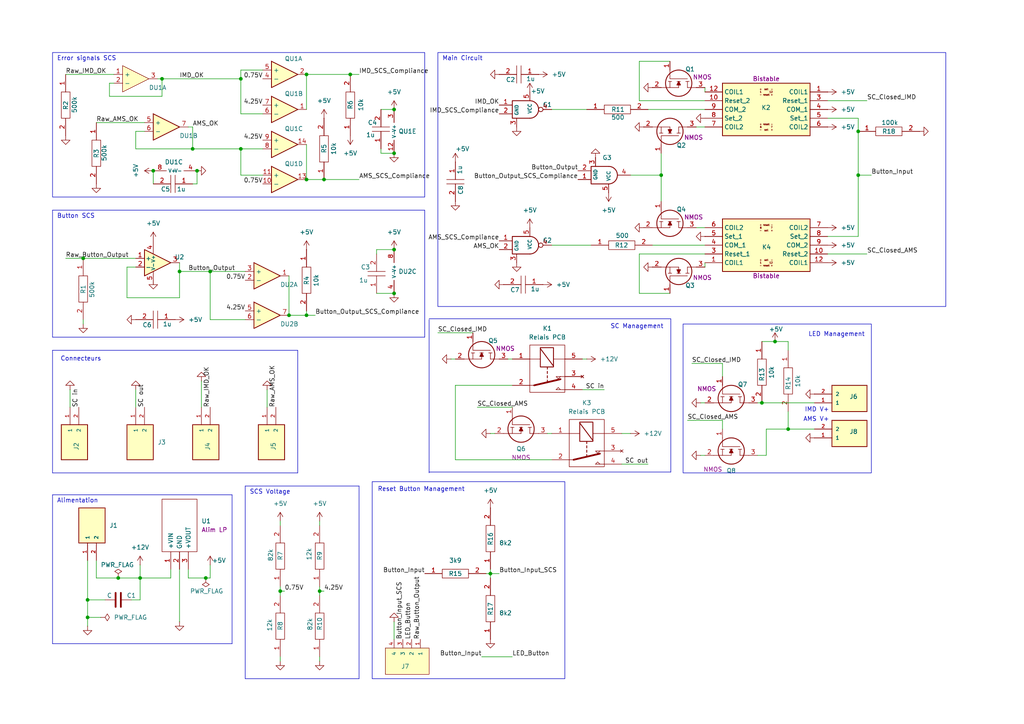
<source format=kicad_sch>
(kicad_sch (version 20231120) (generator "eeschema") (generator_version "8.0")
  (paper "A4")
  (title_block (title "IMD Reset"))
  (junction (at 248.92 50.8))
  (junction (at 88.9 91.44))
  (junction (at 55.88 43.18))
  (junction (at 88.9 21.59))
  (junction (at 83.82 91.44))
  (junction (at 88.9 52.07))
  (junction (at 69.85 22.86))
  (junction (at 142.24 166.37))
  (junction (at 228.6 124.46))
  (junction (at 191.77 50.8))
  (junction (at 25.4 173.99))
  (junction (at 59.69 167.64))
  (junction (at 114.3 72.39))
  (junction (at 220.98 116.84))
  (junction (at 69.85 43.18))
  (junction (at 248.92 38.1))
  (junction (at 57.15 49.53))
  (junction (at 52.07 78.74))
  (junction (at 34.29 167.64))
  (junction (at 81.28 171.45))
  (junction (at 101.6 21.59))
  (junction (at 114.3 31.75))
  (junction (at 25.4 179.07))
  (junction (at 44.45 49.53))
  (junction (at 114.3 85.09))
  (junction (at 40.64 167.64))
  (junction (at 114.3 44.45))
  (junction (at 46.99 22.86))
  (junction (at 60.96 78.74))
  (junction (at 224.79 99.06))
  (junction (at 24.13 74.93))
  (junction (at 92.71 171.45))
  (junction (at 93.98 52.07))
  (wire (pts (xy 130.81 104.14) (xy 132.08 104.14)))
  (polyline (pts (xy 86.36 101.6) (xy 15.24 101.6)))
  (wire (pts (xy 187.96 134.62) (xy 180.34 134.62)))
  (wire (pts (xy 44.45 49.53) (xy 44.45 53.34)))
  (wire (pts (xy 101.6 21.59) (xy 104.14 21.59)))
  (wire (pts (xy 182.88 50.8) (xy 191.77 50.8)))
  (wire (pts (xy 92.71 171.45) (xy 93.98 171.45)))
  (wire (pts (xy 189.23 71.12) (xy 204.47 71.12)))
  (wire (pts (xy 71.12 92.71) (xy 60.96 92.71)))
  (wire (pts (xy 132.08 133.35) (xy 132.08 111.76)))
  (wire (pts (xy 19.05 21.59) (xy 33.02 21.59)))
  (wire (pts (xy 200.66 105.41) (xy 209.55 105.41)))
  (wire (pts (xy 160.02 31.75) (xy 170.18 31.75)))
  (wire (pts (xy 83.82 91.44) (xy 88.9 91.44)))
  (wire (pts (xy 109.22 73.66) (xy 109.22 72.39)))
  (wire (pts (xy 88.9 52.07) (xy 93.98 52.07)))
  (polyline (pts (xy 15.24 186.69) (xy 67.31 186.69)))
  (wire (pts (xy 109.22 72.39) (xy 114.3 72.39)))
  (wire (pts (xy 39.37 113.03) (xy 39.37 118.11)))
  (wire (pts (xy 69.85 43.18) (xy 76.2 43.18)))
  (wire (pts (xy 25.4 173.99) (xy 25.4 179.07)))
  (wire (pts (xy 92.71 170.18) (xy 92.71 171.45)))
  (polyline (pts (xy 15.24 60.96) (xy 15.24 97.79)))
  (wire (pts (xy 158.75 125.73) (xy 160.02 125.73)))
  (wire (pts (xy 81.28 170.18) (xy 81.28 171.45)))
  (wire (pts (xy 251.46 73.66) (xy 240.03 73.66)))
  (wire (pts (xy 46.99 22.86) (xy 69.85 22.86)))
  (wire (pts (xy 204.47 25.4) (xy 204.47 26.67)))
  (wire (pts (xy 185.42 73.66) (xy 185.42 85.09)))
  (wire (pts (xy 132.08 111.76) (xy 148.59 111.76)))
  (wire (pts (xy 187.96 31.75) (xy 204.47 31.75)))
  (wire (pts (xy 60.96 78.74) (xy 60.96 92.71)))
  (polyline (pts (xy 86.36 137.16) (xy 86.36 101.6)))
  (wire (pts (xy 52.07 78.74) (xy 52.07 86.36)))
  (polyline (pts (xy 124.46 136.906) (xy 194.564 136.906)))
  (wire (pts (xy 58.42 110.49) (xy 58.42 118.11)))
  (wire (pts (xy 88.9 21.59) (xy 101.6 21.59)))
  (wire (pts (xy 209.55 121.92) (xy 209.55 124.46)))
  (polyline (pts (xy 67.31 186.69) (xy 67.31 143.51)))
  (wire (pts (xy 20.32 118.11) (xy 20.32 113.03)))
  (wire (pts (xy 49.53 167.64) (xy 40.64 167.64)))
  (polyline (pts (xy 15.24 137.16) (xy 86.36 137.16)))
  (wire (pts (xy 185.42 29.21) (xy 185.42 17.78)))
  (wire (pts (xy 203.2 132.08) (xy 204.47 132.08)))
  (wire (pts (xy 144.78 166.37) (xy 142.24 166.37)))
  (wire (pts (xy 33.02 24.13) (xy 31.75 24.13)))
  (wire (pts (xy 185.42 85.09) (xy 194.31 85.09)))
  (wire (pts (xy 69.85 20.32) (xy 69.85 22.86)))
  (wire (pts (xy 69.85 50.8) (xy 69.85 43.18)))
  (wire (pts (xy 44.45 82.55) (xy 44.45 81.28)))
  (wire (pts (xy 81.28 190.5) (xy 81.28 191.77)))
  (wire (pts (xy 228.6 99.06) (xy 228.6 101.6)))
  (wire (pts (xy 24.13 92.71) (xy 24.13 93.98)))
  (wire (pts (xy 57.15 53.34) (xy 55.88 53.34)))
  (wire (pts (xy 219.71 132.08) (xy 222.25 132.08)))
  (wire (pts (xy 77.47 118.11) (xy 77.47 113.03)))
  (wire (pts (xy 25.4 162.56) (xy 25.4 173.99)))
  (wire (pts (xy 248.92 38.1) (xy 248.92 50.8)))
  (wire (pts (xy 170.18 104.14) (xy 168.91 104.14)))
  (wire (pts (xy 31.75 24.13) (xy 31.75 27.94)))
  (polyline (pts (xy 123.19 60.96) (xy 15.24 60.96)))
  (wire (pts (xy 252.73 50.8) (xy 248.92 50.8)))
  (wire (pts (xy 52.07 76.2) (xy 52.07 78.74)))
  (wire (pts (xy 52.07 78.74) (xy 60.96 78.74)))
  (wire (pts (xy 191.77 44.45) (xy 191.77 50.8)))
  (wire (pts (xy 46.99 27.94) (xy 46.99 22.86)))
  (wire (pts (xy 209.55 105.41) (xy 209.55 109.22)))
  (wire (pts (xy 55.88 43.18) (xy 69.85 43.18)))
  (wire (pts (xy 52.07 165.1) (xy 52.07 180.34)))
  (wire (pts (xy 83.82 80.01) (xy 83.82 91.44)))
  (wire (pts (xy 60.96 163.83) (xy 60.96 167.64)))
  (wire (pts (xy 81.28 171.45) (xy 82.55 171.45)))
  (wire (pts (xy 25.4 181.61) (xy 25.4 179.07)))
  (wire (pts (xy 110.49 43.18) (xy 110.49 44.45)))
  (wire (pts (xy 55.88 36.83) (xy 54.61 36.83)))
  (wire (pts (xy 114.3 180.34) (xy 114.3 185.42)))
  (wire (pts (xy 54.61 165.1) (xy 54.61 167.64)))
  (wire (pts (xy 201.93 66.04) (xy 204.47 66.04)))
  (wire (pts (xy 109.22 85.09) (xy 114.3 85.09)))
  (wire (pts (xy 147.32 104.14) (xy 148.59 104.14)))
  (wire (pts (xy 31.75 27.94) (xy 46.99 27.94)))
  (wire (pts (xy 57.15 53.34) (xy 57.15 49.53)))
  (wire (pts (xy 81.28 151.13) (xy 81.28 152.4)))
  (wire (pts (xy 24.13 74.93) (xy 39.37 74.93)))
  (wire (pts (xy 54.61 167.64) (xy 59.69 167.64)))
  (wire (pts (xy 41.91 38.1) (xy 39.37 38.1)))
  (wire (pts (xy 248.92 34.29) (xy 248.92 38.1)))
  (wire (pts (xy 88.9 41.91) (xy 88.9 52.07)))
  (wire (pts (xy 88.9 91.44) (xy 91.44 91.44)))
  (wire (pts (xy 160.02 71.12) (xy 171.45 71.12)))
  (wire (pts (xy 228.6 124.46) (xy 228.6 119.38)))
  (wire (pts (xy 71.12 78.74) (xy 60.96 78.74)))
  (wire (pts (xy 248.92 50.8) (xy 248.92 68.58)))
  (polyline (pts (xy 104.14 196.85) (xy 71.12 196.85)))
  (wire (pts (xy 92.71 190.5) (xy 92.71 191.77)))
  (wire (pts (xy 222.25 124.46) (xy 222.25 132.08)))
  (wire (pts (xy 69.85 33.02) (xy 76.2 33.02)))
  (wire (pts (xy 175.26 113.03) (xy 168.91 113.03)))
  (wire (pts (xy 76.2 50.8) (xy 69.85 50.8)))
  (wire (pts (xy 39.37 43.18) (xy 55.88 43.18)))
  (wire (pts (xy 160.02 133.35) (xy 132.08 133.35)))
  (polyline (pts (xy 15.24 97.79) (xy 123.19 97.79)))
  (wire (pts (xy 55.88 43.18) (xy 55.88 36.83)))
  (wire (pts (xy 228.6 124.46) (xy 236.22 124.46)))
  (wire (pts (xy 191.77 50.8) (xy 191.77 58.42)))
  (wire (pts (xy 220.98 116.84) (xy 236.22 116.84)))
  (wire (pts (xy 19.05 74.93) (xy 24.13 74.93)))
  (wire (pts (xy 201.93 36.83) (xy 204.47 36.83)))
  (wire (pts (xy 138.43 118.11) (xy 148.59 118.11)))
  (wire (pts (xy 36.83 86.36) (xy 52.07 86.36)))
  (polyline (pts (xy 124.46 92.71) (xy 124.46 137.16)))
  (polyline (pts (xy 15.24 143.51) (xy 15.24 186.69)))
  (wire (pts (xy 39.37 38.1) (xy 39.37 43.18)))
  (wire (pts (xy 142.24 166.37) (xy 142.24 167.64)))
  (wire (pts (xy 34.29 167.64) (xy 40.64 167.64)))
  (wire (pts (xy 240.03 29.21) (xy 251.46 29.21)))
  (wire (pts (xy 203.2 116.84) (xy 204.47 116.84)))
  (wire (pts (xy 81.28 171.45) (xy 81.28 172.72)))
  (wire (pts (xy 222.25 124.46) (xy 228.6 124.46)))
  (wire (pts (xy 76.2 20.32) (xy 69.85 20.32)))
  (wire (pts (xy 142.24 166.37) (xy 140.97 166.37)))
  (wire (pts (xy 110.49 44.45) (xy 114.3 44.45)))
  (wire (pts (xy 224.79 99.06) (xy 228.6 99.06)))
  (wire (pts (xy 29.21 179.07) (xy 25.4 179.07)))
  (wire (pts (xy 92.71 171.45) (xy 92.71 172.72)))
  (wire (pts (xy 49.53 165.1) (xy 49.53 167.64)))
  (wire (pts (xy 185.42 17.78) (xy 194.31 17.78)))
  (wire (pts (xy 137.16 96.52) (xy 127 96.52)))
  (wire (pts (xy 220.98 116.84) (xy 219.71 116.84)))
  (wire (pts (xy 88.9 91.44) (xy 88.9 90.17)))
  (wire (pts (xy 59.69 167.64) (xy 60.96 167.64)))
  (wire (pts (xy 92.71 151.13) (xy 92.71 152.4)))
  (polyline (pts (xy 194.564 136.906) (xy 194.564 92.456)))
  (wire (pts (xy 38.1 173.99) (xy 40.64 173.99)))
  (wire (pts (xy 220.98 99.06) (xy 224.79 99.06)))
  (wire (pts (xy 69.85 22.86) (xy 69.85 33.02)))
  (wire (pts (xy 27.94 35.56) (xy 41.91 35.56)))
  (wire (pts (xy 40.64 173.99) (xy 40.64 167.64)))
  (wire (pts (xy 240.03 68.58) (xy 248.92 68.58)))
  (wire (pts (xy 142.24 165.1) (xy 142.24 166.37)))
  (polyline (pts (xy 71.12 140.97) (xy 104.14 140.97)))
  (wire (pts (xy 27.94 167.64) (xy 34.29 167.64)))
  (polyline (pts (xy 15.24 101.6) (xy 15.24 137.16)))
  (wire (pts (xy 185.42 29.21) (xy 204.47 29.21)))
  (wire (pts (xy 27.94 162.56) (xy 27.94 167.64)))
  (wire (pts (xy 240.03 34.29) (xy 248.92 34.29)))
  (wire (pts (xy 204.47 76.2) (xy 204.47 77.47)))
  (wire (pts (xy 39.37 77.47) (xy 36.83 77.47)))
  (wire (pts (xy 104.14 52.07) (xy 93.98 52.07)))
  (wire (pts (xy 180.34 125.73) (xy 182.88 125.73)))
  (wire (pts (xy 199.39 121.92) (xy 209.55 121.92)))
  (wire (pts (xy 139.7 190.5) (xy 148.59 190.5)))
  (wire (pts (xy 185.42 73.66) (xy 204.47 73.66)))
  (wire (pts (xy 46.99 22.86) (xy 45.72 22.86)))
  (polyline (pts (xy 71.12 140.97) (xy 71.12 196.85)))
  (polyline (pts (xy 104.14 140.97) (xy 104.14 196.85)))
  (wire (pts (xy 40.64 163.83) (xy 40.64 167.64)))
  (wire (pts (xy 142.24 125.73) (xy 143.51 125.73)))
  (polyline (pts (xy 67.31 143.51) (xy 15.24 143.51)))
  (wire (pts (xy 36.83 77.47) (xy 36.83 86.36)))
  (wire (pts (xy 25.4 173.99) (xy 30.48 173.99)))
  (polyline (pts (xy 194.564 92.456) (xy 124.46 92.456)))
  (wire (pts (xy 110.49 31.75) (xy 114.3 31.75)))
  (wire (pts (xy 88.9 21.59) (xy 88.9 31.75)))
  (polyline (pts (xy 123.19 97.79) (xy 123.19 60.96)))
  (rectangle (start 198.12 93.98) (end 252.73 137.16))
  (rectangle (start 127 15.24) (end 274.32 88.9))
  (rectangle (start 107.95 139.7) (end 163.83 196.85))
  (rectangle (start 15.24 15.24) (end 123.19 57.15))
  (text "Error signals SCS" (at 16.51 17.78 0) (effects (font (size 1.27 1.27)) (justify left bottom)))
  (text "Button SCS\n" (at 16.51 63.5 0) (effects (font (size 1.27 1.27)) (justify left bottom)))
  (text "Alimentation\n" (at 16.51 146.05 0) (effects (font (size 1.27 1.27)) (justify left bottom)))
  (text "LED Management" (at 234.442 97.79 0) (effects (font (size 1.27 1.27)) (justify left bottom)))
  (text "AMS V+\n" (at 240.538 122.428 0) (effects (font (size 1.27 1.27)) (justify right bottom)))
  (text "SC Management" (at 177.038 95.504 0) (effects (font (size 1.27 1.27)) (justify left bottom)))
  (text "IMD V+\n" (at 240.538 119.634 0) (effects (font (size 1.27 1.27)) (justify right bottom)))
  (text "Main Circuit" (at 128.27 17.78 0) (effects (font (size 1.27 1.27)) (justify left bottom)))
  (text "Reset Button Management" (at 122.174 141.986 0) (effects (font (size 1.27 1.27))))
  (text "SCS Voltage" (at 72.39 143.51 0) (effects (font (size 1.27 1.27)) (justify left bottom)))
  (text "Connecteurs\n" (at 17.526 104.902 0) (effects (font (size 1.27 1.27)) (justify left bottom)))
  (label "4.25V" (at 93.98 171.45 0))
  (label "Raw_AMS_OK" (at 80.01 118.11 90))
  (label "Button_Output_SCS_Compliance" (at 167.64 52.07 180))
  (label "Button_Output_SCS_Compliance" (at 91.44 91.44 0))
  (label "SC_Closed_IMD" (at 200.66 105.41 0))
  (label "0.75V" (at 82.55 171.45 0))
  (label "SC in" (at 175.26 113.03 180))
  (label "Raw_IMD_OK" (at 60.96 118.11 90))
  (label "IMD_SCS_Compliance" (at 144.78 33.02 180))
  (label "Button_Input_SCS" (at 116.84 185.42 90))
  (label "0.75V" (at 76.2 22.86 180))
  (label "SC out" (at 187.96 134.62 180))
  (label "Button_Input" (at 139.7 190.5 180))
  (label "Button_Input" (at 252.73 50.8 0))
  (label "IMD_OK" (at 52.07 22.86 0))
  (label "0.75V" (at 71.12 81.28 180))
  (label "Raw_Button_Output" (at 121.92 185.42 90))
  (label "IMD_SCS_Compliance" (at 104.14 21.59 0))
  (label "Button_Input_SCS" (at 144.78 166.37 0))
  (label "SC in" (at 22.86 118.11 90))
  (label "LED_Button" (at 119.38 185.42 90))
  (label "Raw_IMD_OK" (at 19.05 21.59 0))
  (label "4.25V" (at 76.2 30.48 180))
  (label "SC out" (at 41.91 118.11 90))
  (label "AMS_SCS_Compliance" (at 104.14 52.07 0))
  (label "4.25V" (at 71.12 90.17 180))
  (label "SC_Closed_AMS" (at 138.43 118.11 0))
  (label "Button_Output" (at 167.64 49.53 180))
  (label "IMD_OK" (at 144.78 30.48 180))
  (label "Button_Output" (at 54.61 78.74 0))
  (label "AMS_SCS_Compliance" (at 144.78 69.85 180))
  (label "0.75V" (at 76.2 53.34 180))
  (label "Raw_Button_Output" (at 19.05 74.93 0))
  (label "LED_Button" (at 148.59 190.5 0))
  (label "AMS_OK" (at 144.78 72.39 180))
  (label "Raw_AMS_OK" (at 27.94 35.56 0))
  (label "Button_Input" (at 123.19 166.37 180))
  (label "SC_Closed_IMD" (at 251.46 29.21 0))
  (label "4.25V" (at 76.2 40.64 180))
  (label "SC_Closed_IMD" (at 127 96.52 0))
  (label "SC_Closed_AMS" (at 199.39 121.92 0))
  (label "SC_Closed_AMS" (at 251.46 73.66 0))
  (label "AMS_OK" (at 55.88 36.83 0))
  (symbol (lib_id "power:+5V") (at 142.24 147.32 0) (mirror y) (unit 1)
    (property "Reference" "#PWR01" (effects (hide yes)))
    (property "Value" "+5V" (at 142.24 142.24 0))
    (property "Description" "Power symbol creates a global label with name \"+5V\"" (effects (hide yes)))
  )
  (symbol (lib_id "power:+5V") (at 92.71 151.13 0) (unit 1)
    (property "Reference" "#PWR07" (effects (hide yes)))
    (property "Value" "+5V" (at 92.71 146.05 0))
    (property "Description" "Power symbol creates a global label with name \"+5V\"" (effects (hide yes)))
  )
  (symbol (lib_id "power:+5V") (at 44.45 49.53 90) (unit 1)
    (property "Reference" "#PWR08" (effects (hide yes)))
    (property "Value" "+5V" (at 39.37 49.53 0))
    (property "Description" "Power symbol creates a global label with name \"+5V\"" (effects (hide yes)))
  )
  (symbol (lib_id "power:GND") (at 204.47 34.29 270) (unit 1)
    (property "Reference" "#GND021" (effects (hide yes)))
    (property "Value" "GND" (effects (hide yes)))
    (property "Description" "Power symbol creates a global label with name \"GND\" , ground" (effects (hide yes)))
  )
  (symbol (lib_id "power:+5V") (at 81.28 151.13 0) (unit 1)
    (property "Reference" "#PWR06" (effects (hide yes)))
    (property "Value" "+5V" (at 81.28 146.05 0))
    (property "Description" "Power symbol creates a global label with name \"+5V\"" (effects (hide yes)))
  )
  (symbol (lib_id "EPSA_Lib:Condensateur 0805Y1000104JXT") (at 156.21 21.59 180) (unit 1)
    (property "Reference" "C2" (at 148.082 23.114 0))
    (property "Value" "1u" (at 153.924 22.86 0))
    (property "Footprint" "EPSA_lib:CAPC2012X130N" (effects (hide yes)))
    (property "Datasheet" "http://docs-europe.electrocomponents.com/webdocs/119d/0900766b8119d7bc.pdf" (effects (hide yes)))
    (property "Description" "Syfer 0805 Ceramic Chip Capacitors" (effects (hide yes)))
    (property "Sim.Pins" "1=+ 2=-" (effects (hide yes)))
    (property "Sim.Device" "C" (effects (hide yes)))
    (property "Height" "1.3" (effects (hide yes)))
    (property "Manufacturer_Name" "Syfer" (effects (hide yes)))
    (property "Manufacturer_Part_Number" "0805Y1000104JXT" (effects (hide yes)))
    (property "Render Name" "Condensateur" (effects (hide yes)))
  )
  (symbol (lib_id "power:GND") (at 20.32 113.03 180) (unit 1)
    (property "Reference" "#GND012" (effects (hide yes)))
    (property "Value" "GND" (effects (hide yes)))
    (property "Description" "Power symbol creates a global label with name \"GND\" , ground" (effects (hide yes)))
  )
  (symbol (lib_id "power:GND") (at 130.81 104.14 270) (unit 1)
    (property "Reference" "#GND01" (effects (hide yes)))
    (property "Value" "GND" (effects (hide yes)))
    (property "Description" "Power symbol creates a global label with name \"GND\" , ground" (effects (hide yes)))
  )
  (symbol (lib_id "power:GND") (at 58.42 110.49 180) (unit 1)
    (property "Reference" "#GND03" (effects (hide yes)))
    (property "Value" "GND" (effects (hide yes)))
    (property "Description" "Power symbol creates a global label with name \"GND\" , ground" (effects (hide yes)))
  )
  (symbol (lib_id "EPSA_Lib:Résistance RK73H2BLTDD2152F") (at 19.05 21.59 270) (unit 1)
    (property "Reference" "R2" (at 19.05 29.21 0) (effects (justify left)))
    (property "Value" "500k" (at 21.59 27.94 0) (effects (justify left)))
    (property "Footprint" "EPSA_lib:RESC3216X70N" (effects (hide yes)))
    (property "Datasheet" "http://www.koaspeer.com/catimages/Products/RK73H/RK73H.pdf" (effects (hide yes)))
    (property "Description" "Thick Film Resistors - SMD" (effects (hide yes)))
    (property "Height" "0.7" (effects (hide yes)))
    (property "Manufacturer_Name" "KOA Speer" (effects (hide yes)))
    (property "Manufacturer_Part_Number" "RK73H2BLTDD2152F" (effects (hide yes)))
    (property "Mouser Part Number" "N/A" (effects (hide yes)))
    (property "Mouser Price/Stock" "https://www.mouser.co.uk/ProductDetail/KOA-Speer/RK73H2BLTDD2152F?qs=WeIALVmW3zmyxMFsjVzMRw%3D%3D" (effects (hide yes)))
    (property "Sim.Device" "R" (effects (hide yes)))
    (property "Sim.Params" "type=\"R\" model=\"10k\" lib=\"\"" (effects (hide yes)))
    (property "Sim.Pins" "1=+ 2=-" (effects (hide yes)))
    (property "Render Name" "Résistance" (effects (hide yes)))
  )
  (symbol (lib_id "EPSA_Lib:Opamp_Dual") (at 35.56 22.86 0) (unit 1)
    (property "Reference" "DU1" (at 43.18 25.4 0) (effects (justify left)))
    (property "Value" "Opamp_Dual" (effects (hide yes)))
    (property "Footprint" "Package_SO:TSSOP-8_4.4x3mm_P0.65mm" (effects (hide yes)))
    (property "Datasheet" "https://www.ti.com/lit/gpn/tlv9064-q1" (effects (hide yes)))
    (property "Description" "Dual operational amplifier" (effects (hide yes)))
    (property "Manufacturer_Name" "Texas Instruments" (effects (hide yes)))
    (property "Manufacturer_Part_Number" "TLV9062QPWRQ1 " (effects (hide yes)))
    (property "Mouser Part Number" "595-TLV9062QPWRQ1 " (effects (hide yes)))
  )
  (symbol (lib_id "power:GND") (at 149.86 36.83 0) (unit 1)
    (property "Reference" "#GND015" (effects (hide yes)))
    (property "Value" "GND" (effects (hide yes)))
    (property "Description" "Power symbol creates a global label with name \"GND\" , ground" (effects (hide yes)))
  )
  (symbol (lib_id "power:+5V") (at 240.03 71.12 270) (unit 1)
    (property "Reference" "#PWR03" (effects (hide yes)))
    (property "Value" "+5V" (at 243.84 71.12 90) (effects (justify left)))
    (property "Description" "Power symbol creates a global label with name \"+5V\"" (effects (hide yes)))
  )
  (symbol (lib_id "EPSA_Lib:Comparator_Dual") (at 73.66 91.44 0) (unit 2)
    (property "Reference" "DU2" (at 81.28 93.98 0) (effects (justify left)))
    (property "Value" "Opamp_Dual" (effects (hide yes)))
    (property "Footprint" "Package_SO:TSSOP-8_4.4x3mm_P0.65mm" (effects (hide yes)))
    (property "Datasheet" "https://www.ti.com/lit/gpn/lmv339" (effects (hide yes)))
    (property "Description" "Dual comparator" (effects (hide yes)))
    (property "Manufacturer_Name" "Texas Instruments" (effects (hide yes)))
    (property "Manufacturer_Part_Number" "LMV393IPWR" (effects (hide yes)))
    (property "Mouser Part Number" "595-LMV393IPWR" (effects (hide yes)))
    (property "Sim.Library" "${SP_BASIC}\\Comp_lm393lv.lib" (effects (hide yes)))
    (property "Sim.Name" "LM393LV_Dual" (effects (hide yes)))
    (property "Sim.Device" "SUBCKT" (effects (hide yes)))
    (property "Sim.Pins" "1=OUT1 2=IN1- 3=IN1+ 4=GND 5=IN2+ 6=IN2- 7=OUT2 8=V+" (effects (hide yes)))
  )
  (symbol (lib_id "power:GND") (at 44.45 81.28 0) (unit 1)
    (property "Reference" "#GND031" (effects (hide yes)))
    (property "Value" "GND" (effects (hide yes)))
    (property "Description" "Power symbol creates a global label with name \"GND\" , ground" (effects (hide yes)))
  )
  (symbol (lib_id "power:GND") (at 172.72 45.72 180) (unit 1)
    (property "Reference" "#GND028" (effects (hide yes)))
    (property "Value" "GND" (effects (hide yes)))
    (property "Description" "Power symbol creates a global label with name \"GND\" , ground" (effects (hide yes)))
  )
  (symbol (lib_id "EPSA_Lib:Résistance RK73H2BLTDD2152F") (at 88.9 72.39 270) (unit 1)
    (property "Reference" "R4" (at 88.9 80.01 0) (effects (justify left)))
    (property "Value" "10k" (at 91.694 79.502 0) (effects (justify left)))
    (property "Footprint" "EPSA_lib:RESC3216X70N" (effects (hide yes)))
    (property "Datasheet" "http://www.koaspeer.com/catimages/Products/RK73H/RK73H.pdf" (effects (hide yes)))
    (property "Description" "Thick Film Resistors - SMD" (effects (hide yes)))
    (property "Height" "0.7" (effects (hide yes)))
    (property "Manufacturer_Name" "KOA Speer" (effects (hide yes)))
    (property "Manufacturer_Part_Number" "RK73H2BLTDD2152F" (effects (hide yes)))
    (property "Mouser Part Number" "N/A" (effects (hide yes)))
    (property "Mouser Price/Stock" "https://www.mouser.co.uk/ProductDetail/KOA-Speer/RK73H2BLTDD2152F?qs=WeIALVmW3zmyxMFsjVzMRw%3D%3D" (effects (hide yes)))
    (property "Sim.Device" "R" (effects (hide yes)))
    (property "Sim.Params" "type=\"R\" model=\"10k\" lib=\"\"" (effects (hide yes)))
    (property "Sim.Pins" "1=+ 2=-" (effects (hide yes)))
    (property "Render Name" "Résistance" (effects (hide yes)))
  )
  (symbol (lib_id "power:+5V") (at 88.9 72.39 0) (unit 1)
    (property "Reference" "#PWR018" (effects (hide yes)))
    (property "Value" "+5V" (at 88.9 67.31 0))
    (property "Description" "Power symbol creates a global label with name \"+5V\"" (effects (hide yes)))
  )
  (symbol (lib_id "EPSA_Lib:Gate AND SN74AHCT1G08DBVR") (at 171.45 50.8 0) (mirror x) (unit 1)
    (property "Reference" "G3" (at 174.7284 45.72 0) (effects (justify left)))
    (property "Value" "Gate AND SN74AHCT1G08DBVR" (effects (hide yes)))
    (property "Footprint" "EPSA_lib:SOT95P280X145-5N" (effects (hide yes)))
    (property "Datasheet" "https://datasheet.datasheetarchive.com/originals/distributors/SFDatasheet-6/sf-000128638.pdf" (effects (hide yes)))
    (property "Description" "SN74AHCT1G08DBVR, Logic Gate 2 Input AND, AHCT, 8mA 5V 5-Pin SOT-23" (effects (hide yes)))
    (property "Sim.Pins" "4=1 1=2 2=3 5=4 3=5" (effects (hide yes)))
    (property "Sim.Device" "SPICE" (effects (hide yes)))
    (property "Sim.Params" "type=\"X\" model=\"SN74AHC1G08\" lib=\"${EPSA_lib}\\SpiceModel\\AND_SN74AHC1G08.lib\"" (effects (hide yes)))
    (property "Height" "1.45" (effects (hide yes)))
    (property "Manufacturer_Name" "Texas Instruments" (effects (hide yes)))
    (property "Manufacturer_Part_Number" "SN74AHCT1G08DBVR" (effects (hide yes)))
    (property "Mouser Part Number" "595-SN74AHCT1G08DBVR" (effects (hide yes)))
    (property "Mouser Price/Stock" "https://www.mouser.co.uk/ProductDetail/Texas-Instruments/SN74AHCT1G08DBVR?qs=8Pd2FuFSoMGY9AK%2Ftqwbcw%3D%3D" (effects (hide yes)))
    (property "Arrow Part Number" "SN74AHCT1G08DBVR" (effects (hide yes)))
    (property "Arrow Price/Stock" "https://www.arrow.com/en/products/sn74ahct1g08dbvr/texas-instruments?region=nac" (effects (hide yes)))
    (property "Render Name" "Gate AND" (effects (hide yes)))
  )
  (symbol (lib_id "EPSA_Lib:Opamp_Dual") (at 50.8 49.53 90) (unit 3)
    (property "Reference" "DU1" (at 53.086 46.99 90) (effects (justify left)))
    (property "Value" "Opamp_Dual" (effects (hide yes)))
    (property "Footprint" "Package_SO:TSSOP-8_4.4x3mm_P0.65mm" (effects (hide yes)))
    (property "Datasheet" "https://www.ti.com/lit/gpn/tlv9064-q1" (effects (hide yes)))
    (property "Description" "Dual operational amplifier" (effects (hide yes)))
    (property "Manufacturer_Name" "Texas Instruments" (effects (hide yes)))
    (property "Manufacturer_Part_Number" "TLV9062QPWRQ1 " (effects (hide yes)))
    (property "Mouser Part Number" "595-TLV9062QPWRQ1 " (effects (hide yes)))
  )
  (symbol (lib_id "power:GND") (at 149.86 76.2 0) (unit 1)
    (property "Reference" "#GND09" (effects (hide yes)))
    (property "Value" "GND" (effects (hide yes)))
    (property "Description" "Power symbol creates a global label with name \"GND\" , ground" (effects (hide yes)))
  )
  (symbol (lib_id "EPSA_Lib:Résistance RK73H2BLTDD2152F") (at 24.13 74.93 270) (unit 1)
    (property "Reference" "R1" (at 24.13 82.55 0) (effects (justify left)))
    (property "Value" "500k" (at 26.67 81.534 0) (effects (justify left)))
    (property "Footprint" "EPSA_lib:RESC3216X70N" (effects (hide yes)))
    (property "Datasheet" "http://www.koaspeer.com/catimages/Products/RK73H/RK73H.pdf" (effects (hide yes)))
    (property "Description" "Thick Film Resistors - SMD" (effects (hide yes)))
    (property "Height" "0.7" (effects (hide yes)))
    (property "Manufacturer_Name" "KOA Speer" (effects (hide yes)))
    (property "Manufacturer_Part_Number" "RK73H2BLTDD2152F" (effects (hide yes)))
    (property "Mouser Part Number" "N/A" (effects (hide yes)))
    (property "Mouser Price/Stock" "https://www.mouser.co.uk/ProductDetail/KOA-Speer/RK73H2BLTDD2152F?qs=WeIALVmW3zmyxMFsjVzMRw%3D%3D" (effects (hide yes)))
    (property "Sim.Device" "R" (effects (hide yes)))
    (property "Sim.Params" "type=\"R\" model=\"10k\" lib=\"\"" (effects (hide yes)))
    (property "Sim.Pins" "1=+ 2=-" (effects (hide yes)))
    (property "Render Name" "Résistance" (effects (hide yes)))
  )
  (symbol (lib_id "power:GND") (at 203.2 132.08 270) (unit 1)
    (property "Reference" "#GND035" (effects (hide yes)))
    (property "Value" "GND" (effects (hide yes)))
    (property "Description" "Power symbol creates a global label with name \"GND\" , ground" (effects (hide yes)))
  )
  (symbol (lib_id "power:GND") (at 114.3 85.09 0) (unit 1)
    (property "Reference" "#GND030" (effects (hide yes)))
    (property "Value" "GND" (effects (hide yes)))
    (property "Description" "Power symbol creates a global label with name \"GND\" , ground" (effects (hide yes)))
  )
  (symbol (lib_id "EPSA_Lib:Résistance RK73H2BLTDD2152F") (at 101.6 39.37 90) (unit 1)
    (property "Reference" "R6" (at 101.6 31.75 0) (effects (justify left)))
    (property "Value" "10k" (at 104.648 32.258 0) (effects (justify left)))
    (property "Footprint" "EPSA_lib:RESC3216X70N" (effects (hide yes)))
    (property "Datasheet" "http://www.koaspeer.com/catimages/Products/RK73H/RK73H.pdf" (effects (hide yes)))
    (property "Description" "Thick Film Resistors - SMD" (effects (hide yes)))
    (property "Height" "0.7" (effects (hide yes)))
    (property "Manufacturer_Name" "KOA Speer" (effects (hide yes)))
    (property "Manufacturer_Part_Number" "RK73H2BLTDD2152F" (effects (hide yes)))
    (property "Mouser Part Number" "N/A" (effects (hide yes)))
    (property "Mouser Price/Stock" "https://www.mouser.co.uk/ProductDetail/KOA-Speer/RK73H2BLTDD2152F?qs=WeIALVmW3zmyxMFsjVzMRw%3D%3D" (effects (hide yes)))
    (property "Sim.Device" "R" (effects (hide yes)))
    (property "Sim.Params" "type=\"R\" model=\"10k\" lib=\"\"" (effects (hide yes)))
    (property "Sim.Pins" "1=+ 2=-" (effects (hide yes)))
    (property "Render Name" "Résistance" (effects (hide yes)))
  )
  (symbol (lib_id "EPSA_Lib:Résistance RK73H2BLTDD2152F") (at 171.45 71.12 0) (unit 1)
    (property "Reference" "R12" (at 178.308 71.12 0) (effects (justify left)))
    (property "Value" "500" (at 178.562 68.326 0) (effects (justify left)))
    (property "Footprint" "EPSA_lib:RESC3216X70N" (effects (hide yes)))
    (property "Datasheet" "http://www.koaspeer.com/catimages/Products/RK73H/RK73H.pdf" (effects (hide yes)))
    (property "Description" "Thick Film Resistors - SMD" (effects (hide yes)))
    (property "Height" "0.7" (effects (hide yes)))
    (property "Manufacturer_Name" "KOA Speer" (effects (hide yes)))
    (property "Manufacturer_Part_Number" "RK73H2BLTDD2152F" (effects (hide yes)))
    (property "Mouser Part Number" "N/A" (effects (hide yes)))
    (property "Mouser Price/Stock" "https://www.mouser.co.uk/ProductDetail/KOA-Speer/RK73H2BLTDD2152F?qs=WeIALVmW3zmyxMFsjVzMRw%3D%3D" (effects (hide yes)))
    (property "Sim.Device" "R" (effects (hide yes)))
    (property "Sim.Params" "type=\"R\" model=\"10k\" lib=\"\"" (effects (hide yes)))
    (property "Sim.Pins" "1=+ 2=-" (effects (hide yes)))
    (property "Render Name" "Résistance" (effects (hide yes)))
  )
  (symbol (lib_name "NMOS SQ2348ES-T1_GE3_1") (lib_id "EPSA_Lib:NMOS SQ2348ES-T1_GE3") (at 143.51 125.73 0) (unit 1)
    (property "Reference" "Q6" (at 151.13 130.175 0))
    (property "Value" "NMOS SQ2348ES-T1_GE3" (effects (hide yes)))
    (property "Footprint" "EPSA_lib:SOT95P237X112-3N" (effects (hide yes)))
    (property "Datasheet" "http://www.vishay.com/docs/63706/sq2348es.pdf" (effects (hide yes)))
    (property "Description" "VISHAY - SQ2348ES-T1_GE3 - MOSFET, AEC-Q101, N-CH, 30V, SOT-23" (effects (hide yes)))
    (property "Sim.Pins" "3=1 1=2 2=3" (effects (hide yes)))
    (property "Sim.Device" "SPICE" (effects (hide yes)))
    (property "Sim.Params" "type=\"X\" model=\"SQ2348ES\" lib=\"${EPSA_lib}\\SpiceModel\\NMOS_SQ2348ES_PS Rev A.LIB\"" (effects (hide yes)))
    (property "Height" "1.12" (effects (hide yes)))
    (property "Manufacturer_Name" "Vishay" (effects (hide yes)))
    (property "Manufacturer_Part_Number" "SQ2348ES-T1_GE3" (effects (hide yes)))
    (property "Mouser Part Number" "781-SQ2348ES-T1_GE3" (effects (hide yes)))
    (property "Mouser Price/Stock" "https://www.mouser.co.uk/ProductDetail/Vishay-Siliconix/SQ2348ES-T1_GE3?qs=jHkklCh7amgC88blremf%252Bw%3D%3D" (effects (hide yes)))
    (property "Render Name" "NMOS" (at 151.13 132.715 0))
  )
  (symbol (lib_id "power:GND") (at 52.07 180.34 0) (unit 1)
    (property "Reference" "#GND07" (effects (hide yes)))
    (property "Value" "GND" (effects (hide yes)))
    (property "Description" "Power symbol creates a global label with name \"GND\" , ground" (effects (hide yes)))
  )
  (symbol (lib_id "power:PWR_FLAG") (at 34.29 167.64 0) (unit 1)
    (property "Reference" "#FLG0102" (effects (hide yes)))
    (property "Value" "PWR_FLAG" (at 29.21 163.83 0) (effects (justify left)))
    (property "Description" "Special symbol for telling ERC where power comes from" (effects (hide yes)))
  )
  (symbol (lib_id "EPSA_Lib:Bistable V23079B1201B301") (at 240.03 26.67 0) (mirror y) (unit 1)
    (property "Reference" "K2" (at 223.52 30.48 0) (effects (justify left top)))
    (property "Value" "Bistable V23079B1201B301" (effects (hide yes)))
    (property "Footprint" "EPSA_lib:V23079B1201B301" (effects (hide yes)))
    (property "Datasheet" "https://www.te.com/commerce/DocumentDelivery/DDEController?Action=showdoc&DocId=Data+Sheet%7FP2_Relay%7FZ14%7Fpdf%7FEnglish%7FENG_DS_P2_Relay_Z14.pdf%7F3-1393788-3" (effects (hide yes)))
    (property "Description" "TE CONNECTIVITY / AXICOM - V23079B1201B301 - RELAY, SIGNAL, DPDT, 250VAC, 220VDC, 2A" (effects (hide yes)))
    (property "Height" "9.9" (effects (hide yes)))
    (property "Mouser Part Number" "655-V23079B1201B301" (effects (hide yes)))
    (property "Mouser Price/Stock" "https://www.mouser.co.uk/ProductDetail/TE-Connectivity-Axicom/V23079B1201B301?qs=Mpp7pS3%252Boa448t%252ByTVqVnw%3D%3D" (effects (hide yes)))
    (property "Manufacturer_Name" "TE Connectivity" (effects (hide yes)))
    (property "Manufacturer_Part_Number" "V23079B1201B301" (effects (hide yes)))
    (property "Render Name" "Bistable" (at 222.25 22.86 0))
  )
  (symbol (lib_id "power:GND") (at 77.47 113.03 180) (unit 1)
    (property "Reference" "#GND016" (effects (hide yes)))
    (property "Value" "GND" (effects (hide yes)))
    (property "Description" "Power symbol creates a global label with name \"GND\" , ground" (effects (hide yes)))
  )
  (symbol (lib_id "EPSA_Lib:Résistance RK73H2BLTDD2152F") (at 123.19 166.37 0) (mirror x) (unit 1)
    (property "Reference" "R15" (at 132.08 166.37 0))
    (property "Value" "3k9" (at 132.08 162.56 0))
    (property "Footprint" "EPSA_lib:RESC3216X70N" (effects (hide yes)))
    (property "Datasheet" "http://www.koaspeer.com/catimages/Products/RK73H/RK73H.pdf" (effects (hide yes)))
    (property "Description" "Thick Film Resistors - SMD" (effects (hide yes)))
    (property "Sim.Pins" "1=+ 2=-" (effects (hide yes)))
    (property "Sim.Device" "R" (effects (hide yes)))
    (property "Height" "0.7" (effects (hide yes)))
    (property "Manufacturer_Name" "KOA Speer" (effects (hide yes)))
    (property "Manufacturer_Part_Number" "RK73H2BLTDD2152F" (effects (hide yes)))
    (property "Mouser Part Number" "N/A" (effects (hide yes)))
    (property "Mouser Price/Stock" "https://www.mouser.co.uk/ProductDetail/KOA-Speer/RK73H2BLTDD2152F?qs=WeIALVmW3zmyxMFsjVzMRw%3D%3D" (effects (hide yes)))
    (property "Render Name" "Résistance" (effects (hide yes)))
  )
  (symbol (lib_id "EPSA_Lib:Résistance RK73H2BLTDD2152F") (at 92.71 170.18 90) (unit 1)
    (property "Reference" "R9" (at 92.71 162.56 0) (effects (justify left)))
    (property "Value" "12k" (at 89.662 162.56 0) (effects (justify left)))
    (property "Footprint" "EPSA_lib:RESC3216X70N" (effects (hide yes)))
    (property "Datasheet" "http://www.koaspeer.com/catimages/Products/RK73H/RK73H.pdf" (effects (hide yes)))
    (property "Description" "Thick Film Resistors - SMD" (effects (hide yes)))
    (property "Height" "0.7" (effects (hide yes)))
    (property "Manufacturer_Name" "KOA Speer" (effects (hide yes)))
    (property "Manufacturer_Part_Number" "RK73H2BLTDD2152F" (effects (hide yes)))
    (property "Mouser Part Number" "N/A" (effects (hide yes)))
    (property "Mouser Price/Stock" "https://www.mouser.co.uk/ProductDetail/KOA-Speer/RK73H2BLTDD2152F?qs=WeIALVmW3zmyxMFsjVzMRw%3D%3D" (effects (hide yes)))
    (property "Render Name" "Résistance" (effects (hide yes)))
    (property "Sim.Device" "R" (effects (hide yes)))
    (property "Sim.Params" "type=\"R\" model=\"2k\" lib=\"\"" (effects (hide yes)))
    (property "Sim.Pins" "1=+ 2=-" (effects (hide yes)))
  )
  (symbol (lib_id "EPSA_Lib:Alim LP TSR_0.5-2450") (at 54.61 163.83 90) (unit 1)
    (property "Reference" "U1" (at 58.42 151.1299 90) (effects (justify right)))
    (property "Value" "Alim LP TSR_0.5-2450" (effects (hide yes)))
    (property "Footprint" "EPSA_lib:TSR-0.5-2433" (effects (hide yes)))
    (property "Datasheet" "https://tracopower.com/tsr0-5-datasheet/" (effects (hide yes)))
    (property "Description" "0.5 Amp POL switching regulator, 4.75 to -32 VDC input, pos.-pos. circuit, LM78 compatible, SIP-3" (effects (hide yes)))
    (property "Sim.Pins" "1=1 2=2 3=3" (effects (hide yes)))
    (property "Sim.Device" "SPICE" (effects (hide yes)))
    (property "Sim.Params" "type=\"R\" model=\"Alim LP TSR_0.5-2450\" lib=\"\"" (effects (hide yes)))
    (property "Manufacturer_Name" "Traco Power" (effects (hide yes)))
    (property "Manufacturer_Part_Number" "TSR 0.5-2450" (effects (hide yes)))
    (property "Mouser Part Number" "495-TSR0.5-2450" (effects (hide yes)))
    (property "Mouser Price/Stock" "https://www.mouser.co.uk/ProductDetail/TRACO-Power/TSR-0.5-2450?qs=ckJk83FOD0XpEgQBSwF%2FIw%3D%3D" (effects (hide yes)))
    (property "Arrow Part Number" "TSR 0.5-2450" (effects (hide yes)))
    (property "Arrow Price/Stock" "https://www.arrow.com/en/products/tsr0.5-2450/traco-electronic-ag?region=europe" (effects (hide yes)))
    (property "Render Name" "Alim LP" (at 58.42 153.6699 90) (effects (justify right)))
  )
  (symbol (lib_id "EPSA_Lib:Comparator_Quad") (at 78.74 21.59 0) (unit 1)
    (property "Reference" "QU1" (at 82.55 17.018 0) (effects (justify left)))
    (property "Value" "Opamp_Quad" (effects (hide yes)))
    (property "Footprint" "Package_SO:TSSOP-14_4.4x5mm_P0.65mm" (effects (hide yes)))
    (property "Datasheet" "https://www.ti.com/lit/gpn/lmv339" (effects (hide yes)))
    (property "Description" "Quad operational amplifier" (effects (hide yes)))
    (property "Manufacturer_Name" "Texas Instruments" (effects (hide yes)))
    (property "Manufacturer_Part_Number" "LMV339IPWR" (effects (hide yes)))
    (property "Mouser Part Number" "595-LMV339IPWR" (effects (hide yes)))
    (property "Sim.Library" "${SP_BASIC}\\Comp_lm393lv.lib" (effects (hide yes)))
    (property "Sim.Name" "LM393LV_Quad" (effects (hide yes)))
    (property "Sim.Device" "SUBCKT" (effects (hide yes)))
    (property "Sim.Pins" "1=OUT2 2=OUT1 3=V+ 4=IN1- 5=IN1+ 6=IN2- 7=IN2+ 8=IN3- 9=IN3+ 10=IN4- 11=IN4+ 12=GND 13=OUT4 14=OUT3" (effects (hide yes)))
  )
  (symbol (lib_id "power:GND") (at 39.37 92.71 270) (unit 1)
    (property "Reference" "#GND017" (effects (hide yes)))
    (property "Value" "GND" (effects (hide yes)))
    (property "Description" "Power symbol creates a global label with name \"GND\" , ground" (effects (hide yes)))
  )
  (symbol (lib_id "power:+12V") (at 224.79 99.06 0) (unit 1)
    (property "Reference" "#PWR026" (effects (hide yes)))
    (property "Value" "+5V" (at 225.044 95.504 0))
    (property "Description" "Power symbol creates a global label with name \"+12V\"" (effects (hide yes)))
  )
  (symbol (lib_id "power:GND") (at 189.23 25.4 270) (unit 1)
    (property "Reference" "#GND022" (effects (hide yes)))
    (property "Value" "GND" (effects (hide yes)))
    (property "Description" "Power symbol creates a global label with name \"GND\" , ground" (effects (hide yes)))
  )
  (symbol (lib_id "power:+5V") (at 153.67 66.04 0) (unit 1)
    (property "Reference" "#PWR017" (effects (hide yes)))
    (property "Value" "+5V" (at 153.67 60.96 0))
    (property "Description" "Power symbol creates a global label with name \"+5V\"" (effects (hide yes)))
  )
  (symbol (lib_id "power:+12V") (at 170.18 104.14 270) (unit 1)
    (property "Reference" "#PWR029" (effects (hide yes)))
    (property "Value" "+12V" (at 173.99 104.1399 90) (effects (justify left)))
    (property "Description" "Power symbol creates a global label with name \"+12V\"" (effects (hide yes)))
  )
  (symbol (lib_id "power:+12V") (at 40.64 163.83 0) (unit 1)
    (property "Reference" "#PWR02" (effects (hide yes)))
    (property "Value" "+12V" (at 40.64 158.75 0))
    (property "Description" "Power symbol creates a global label with name \"+12V\"" (effects (hide yes)))
  )
  (symbol (lib_id "EPSA_Lib:Condensateur 0805Y1000104JXT") (at 109.22 85.09 90) (unit 1)
    (property "Reference" "C3" (at 104.648 77.47 90) (effects (justify right)))
    (property "Value" "1u" (at 104.14 81.28 90) (effects (justify right)))
    (property "Footprint" "EPSA_lib:CAPC2012X130N" (effects (hide yes)))
    (property "Datasheet" "http://docs-europe.electrocomponents.com/webdocs/119d/0900766b8119d7bc.pdf" (effects (hide yes)))
    (property "Description" "Syfer 0805 Ceramic Chip Capacitors" (effects (hide yes)))
    (property "Sim.Pins" "1=+ 2=-" (effects (hide yes)))
    (property "Sim.Device" "C" (effects (hide yes)))
    (property "Height" "1.3" (effects (hide yes)))
    (property "Manufacturer_Name" "Syfer" (effects (hide yes)))
    (property "Manufacturer_Part_Number" "0805Y1000104JXT" (effects (hide yes)))
    (property "Render Name" "Condensateur" (effects (hide yes)))
  )
  (symbol (lib_id "EPSA_Lib:2P Droit 2-11-2022") (at 20.32 128.27 90) (mirror x) (unit 1)
    (property "Reference" "J2" (at 22.86 128.27 0) (effects (justify left bottom)))
    (property "Value" "2P Droit 2-11-2022" (effects (hide yes)))
    (property "Footprint" "EPSA_lib:MOLEX_22-11-2022" (effects (hide yes)))
    (property "Datasheet" "https://www.molex.com/en-us/products/part-detail/22112022?display=pdf" (effects (hide yes)))
    (property "Sim.Pins" "1=1 2=2" (effects (hide yes)))
    (property "Sim.Device" "SPICE" (effects (hide yes)))
    (property "Sim.Params" "type=\"J\" model=\"22-11-2022\" lib=\"\"" (effects (hide yes)))
    (property "MAXIMUM_PACKAGE_HEIGHT" "10.66mm" (effects (hide yes)))
    (property "PARTREV" "BD8" (effects (hide yes)))
    (property "STANDARD" "Manufacturer Recommendations" (effects (hide yes)))
    (property "MANUFACTURER" "Molex" (effects (hide yes)))
    (property "Render Name" "2P Droit" (effects (hide yes)))
    (property "Height" "10.66mm" (effects (hide yes)))
    (property "Manufacturer_Name" "Molex" (effects (hide yes)))
    (property "Manufacturer_Part_Number" "22-11-2022" (effects (hide yes)))
    (property "Mouser Part Number" "538-22-11-2022" (effects (hide yes)))
    (property "Mouser Price/Stock" "https://www.mouser.fr/ProductDetail/Molex/22-11-2022?qs=mrPiglD9aYLq1NGrfjXTJg%3D%3D" (effects (hide yes)))
  )
  (symbol (lib_id "power:+5V") (at 240.03 66.04 270) (unit 1)
    (property "Reference" "#PWR023" (effects (hide yes)))
    (property "Value" "+5V" (at 243.84 66.04 90) (effects (justify left)))
    (property "Description" "Power symbol creates a global label with name \"+5V\"" (effects (hide yes)))
  )
  (symbol (lib_id "power:+5V") (at 240.03 76.2 270) (unit 1)
    (property "Reference" "#PWR025" (effects (hide yes)))
    (property "Value" "+5V" (at 243.84 76.2 90) (effects (justify left)))
    (property "Description" "Power symbol creates a global label with name \"+5V\"" (effects (hide yes)))
  )
  (symbol (lib_id "power:GND") (at 81.28 191.77 0) (unit 1)
    (property "Reference" "#GND025" (effects (hide yes)))
    (property "Value" "GND" (effects (hide yes)))
    (property "Description" "Power symbol creates a global label with name \"GND\" , ground" (effects (hide yes)))
  )
  (symbol (lib_id "EPSA_Lib:2P Droit 2-11-2022") (at 246.38 116.84 0) (mirror x) (unit 1)
    (property "Reference" "J6" (at 246.38 114.3 0) (effects (justify left bottom)))
    (property "Value" "2P Droit 2-11-2022" (effects (hide yes)))
    (property "Footprint" "EPSA_lib:MOLEX_22-11-2022" (effects (hide yes)))
    (property "Datasheet" "https://www.molex.com/en-us/products/part-detail/22112022?display=pdf" (effects (hide yes)))
    (property "Sim.Pins" "1=1 2=2" (effects (hide yes)))
    (property "Sim.Device" "SPICE" (effects (hide yes)))
    (property "Sim.Params" "type=\"J\" model=\"22-11-2022\" lib=\"\"" (effects (hide yes)))
    (property "MAXIMUM_PACKAGE_HEIGHT" "10.66mm" (effects (hide yes)))
    (property "PARTREV" "BD8" (effects (hide yes)))
    (property "STANDARD" "Manufacturer Recommendations" (effects (hide yes)))
    (property "MANUFACTURER" "Molex" (effects (hide yes)))
    (property "Render Name" "2P Droit" (effects (hide yes)))
    (property "Height" "10.66mm" (effects (hide yes)))
    (property "Manufacturer_Name" "Molex" (effects (hide yes)))
    (property "Manufacturer_Part_Number" "22-11-2022" (effects (hide yes)))
    (property "Mouser Part Number" "538-22-11-2022" (effects (hide yes)))
    (property "Mouser Price/Stock" "https://www.mouser.fr/ProductDetail/Molex/22-11-2022?qs=mrPiglD9aYLq1NGrfjXTJg%3D%3D" (effects (hide yes)))
  )
  (symbol (lib_id "EPSA_Lib:Résistance RK73H2BLTDD2152F") (at 81.28 190.5 90) (unit 1)
    (property "Reference" "R8" (at 81.28 182.88 0) (effects (justify left)))
    (property "Value" "12k" (at 78.232 183.134 0) (effects (justify left)))
    (property "Footprint" "EPSA_lib:RESC3216X70N" (effects (hide yes)))
    (property "Datasheet" "http://www.koaspeer.com/catimages/Products/RK73H/RK73H.pdf" (effects (hide yes)))
    (property "Description" "Thick Film Resistors - SMD" (effects (hide yes)))
    (property "Height" "0.7" (effects (hide yes)))
    (property "Manufacturer_Name" "KOA Speer" (effects (hide yes)))
    (property "Manufacturer_Part_Number" "RK73H2BLTDD2152F" (effects (hide yes)))
    (property "Mouser Part Number" "N/A" (effects (hide yes)))
    (property "Mouser Price/Stock" "https://www.mouser.co.uk/ProductDetail/KOA-Speer/RK73H2BLTDD2152F?qs=WeIALVmW3zmyxMFsjVzMRw%3D%3D" (effects (hide yes)))
    (property "Render Name" "Résistance" (effects (hide yes)))
    (property "Sim.Device" "R" (effects (hide yes)))
    (property "Sim.Params" "type=\"R\" model=\"2k\" lib=\"\"" (effects (hide yes)))
    (property "Sim.Pins" "1=+ 2=-" (effects (hide yes)))
  )
  (symbol (lib_id "EPSA_Lib:Comparator_Dual") (at 73.66 80.01 0) (unit 1)
    (property "Reference" "DU2" (at 81.28 82.55 0) (effects (justify left)))
    (property "Value" "Opamp_Dual" (effects (hide yes)))
    (property "Footprint" "Package_SO:TSSOP-8_4.4x3mm_P0.65mm" (effects (hide yes)))
    (property "Datasheet" "https://www.ti.com/lit/gpn/lmv339" (effects (hide yes)))
    (property "Description" "Dual comparator" (effects (hide yes)))
    (property "Manufacturer_Name" "Texas Instruments" (effects (hide yes)))
    (property "Manufacturer_Part_Number" "LMV393IPWR" (effects (hide yes)))
    (property "Mouser Part Number" "595-LMV393IPWR" (effects (hide yes)))
    (property "Sim.Library" "${SP_BASIC}\\Comp_lm393lv.lib" (effects (hide yes)))
    (property "Sim.Name" "LM393LV_Dual" (effects (hide yes)))
    (property "Sim.Device" "SUBCKT" (effects (hide yes)))
    (property "Sim.Pins" "1=OUT1 2=IN1- 3=IN1+ 4=GND 5=IN2+ 6=IN2- 7=OUT2 8=V+" (effects (hide yes)))
  )
  (symbol (lib_id "EPSA_Lib:2P Droit 2-11-2022") (at 39.37 128.27 90) (mirror x) (unit 1)
    (property "Reference" "J3" (at 45.72 128.2699 90) (effects (justify right)))
    (property "Value" "2P Droit 2-11-2022" (effects (hide yes)))
    (property "Footprint" "EPSA_lib:MOLEX_22-11-2022" (effects (hide yes)))
    (property "Datasheet" "https://www.molex.com/en-us/products/part-detail/22112022?display=pdf" (effects (hide yes)))
    (property "Sim.Pins" "1=1 2=2" (effects (hide yes)))
    (property "Sim.Device" "SPICE" (effects (hide yes)))
    (property "Sim.Params" "type=\"J\" model=\"22-11-2022\" lib=\"\"" (effects (hide yes)))
    (property "MAXIMUM_PACKAGE_HEIGHT" "10.66mm" (effects (hide yes)))
    (property "PARTREV" "BD8" (effects (hide yes)))
    (property "STANDARD" "Manufacturer Recommendations" (effects (hide yes)))
    (property "MANUFACTURER" "Molex" (effects (hide yes)))
    (property "Render Name" "2P Droit" (effects (hide yes)))
    (property "Height" "10.66mm" (effects (hide yes)))
    (property "Manufacturer_Name" "Molex" (effects (hide yes)))
    (property "Manufacturer_Part_Number" "22-11-2022" (effects (hide yes)))
    (property "Mouser Part Number" "538-22-11-2022" (effects (hide yes)))
    (property "Mouser Price/Stock" "https://www.mouser.fr/ProductDetail/Molex/22-11-2022?qs=mrPiglD9aYLq1NGrfjXTJg%3D%3D" (effects (hide yes)))
  )
  (symbol (lib_id "power:+5V") (at 240.03 26.67 270) (mirror x) (unit 1)
    (property "Reference" "#PWR05" (effects (hide yes)))
    (property "Value" "+5V" (at 243.84 26.67 90) (effects (justify left)))
    (property "Description" "Power symbol creates a global label with name \"+5V\"" (effects (hide yes)))
  )
  (symbol (lib_id "EPSA_Lib:NMOS SQ2348ES-T1_GE3") (at 196.215 121.285 0) (unit 1)
    (property "Reference" "Q7" (at 215.392 111.506 0))
    (property "Value" "NMOS SQ2348ES-T1_GE3" (effects (hide yes)))
    (property "Footprint" "EPSA_lib:SOT95P237X112-3N" (effects (hide yes)))
    (property "Datasheet" "http://www.vishay.com/docs/63706/sq2348es.pdf" (effects (hide yes)))
    (property "Description" "VISHAY - SQ2348ES-T1_GE3 - MOSFET, AEC-Q101, N-CH, 30V, SOT-23" (effects (hide yes)))
    (property "Sim.Pins" "3=1 1=2 2=3" (effects (hide yes)))
    (property "Sim.Device" "SPICE" (effects (hide yes)))
    (property "Sim.Params" "type=\"X\" model=\"SQ2348ES\" lib=\"${EPSA_lib}\\SpiceModel\\NMOS_SQ2348ES_PS Rev A.LIB\"" (effects (hide yes)))
    (property "Height" "1.12" (effects (hide yes)))
    (property "Manufacturer_Name" "Vishay" (effects (hide yes)))
    (property "Manufacturer_Part_Number" "SQ2348ES-T1_GE3" (effects (hide yes)))
    (property "Mouser Part Number" "781-SQ2348ES-T1_GE3" (effects (hide yes)))
    (property "Mouser Price/Stock" "https://www.mouser.co.uk/ProductDetail/Vishay-Siliconix/SQ2348ES-T1_GE3?qs=jHkklCh7amgC88blremf%252Bw%3D%3D" (effects (hide yes)))
    (property "Render Name" "NMOS" (at 204.978 112.776 0))
  )
  (symbol (lib_id "EPSA_Lib:Opamp") (at 44.45 76.2 0) (unit 1)
    (property "Reference" "U2" (at 52.07 74.549 0))
    (property "Value" "${SIM.PARAMS}" (effects (hide yes)))
    (property "Footprint" "Package_TO_SOT_SMD:SOT-353_SC-70-5_Handsoldering" (effects (hide yes)))
    (property "Datasheet" "https://www.ti.com/lit/gpn/tlv9064-q1" (effects (hide yes)))
    (property "Description" "Operational amplifier, single, node sequence=1:+ 2:- 3:OUT 4:V+ 5:V-" (effects (hide yes)))
    (property "Manufacturer_Name" "Texas Instruments" (effects (hide yes)))
    (property "Manufacturer_Part_Number" "TLV9061QDCKRQ1 " (effects (hide yes)))
    (property "Mouser Part Number" " 595-TLV9061QDCKRQ1 " (effects (hide yes)))
  )
  (symbol (lib_id "EPSA_Lib:Condensateur 0805Y1000104JXT") (at 132.08 46.99 270) (unit 1)
    (property "Reference" "C8" (at 133.604 55.118 0))
    (property "Value" "1u" (at 133.35 49.276 0))
    (property "Footprint" "EPSA_lib:CAPC2012X130N" (effects (hide yes)))
    (property "Datasheet" "http://docs-europe.electrocomponents.com/webdocs/119d/0900766b8119d7bc.pdf" (effects (hide yes)))
    (property "Description" "Syfer 0805 Ceramic Chip Capacitors" (effects (hide yes)))
    (property "Sim.Pins" "1=+ 2=-" (effects (hide yes)))
    (property "Sim.Device" "C" (effects (hide yes)))
    (property "Height" "1.3" (effects (hide yes)))
    (property "Manufacturer_Name" "Syfer" (effects (hide yes)))
    (property "Manufacturer_Part_Number" "0805Y1000104JXT" (effects (hide yes)))
    (property "Render Name" "Condensateur" (effects (hide yes)))
  )
  (symbol (lib_id "EPSA_Lib:NMOS SQ2348ES-T1_GE3") (at 180.975 73.025 0) (mirror x) (unit 1)
    (property "Reference" "Q3" (at 200.152 82.804 0))
    (property "Value" "NMOS SQ2348ES-T1_GE3" (effects (hide yes)))
    (property "Footprint" "EPSA_lib:SOT95P237X112-3N" (effects (hide yes)))
    (property "Datasheet" "http://www.vishay.com/docs/63706/sq2348es.pdf" (effects (hide yes)))
    (property "Description" "VISHAY - SQ2348ES-T1_GE3 - MOSFET, AEC-Q101, N-CH, 30V, SOT-23" (effects (hide yes)))
    (property "Sim.Pins" "3=1 1=2 2=3" (effects (hide yes)))
    (property "Sim.Device" "SPICE" (effects (hide yes)))
    (property "Sim.Params" "type=\"X\" model=\"SQ2348ES\" lib=\"${EPSA_lib}\\SpiceModel\\NMOS_SQ2348ES_PS Rev A.LIB\"" (effects (hide yes)))
    (property "Height" "1.12" (effects (hide yes)))
    (property "Manufacturer_Name" "Vishay" (effects (hide yes)))
    (property "Manufacturer_Part_Number" "SQ2348ES-T1_GE3" (effects (hide yes)))
    (property "Mouser Part Number" "781-SQ2348ES-T1_GE3" (effects (hide yes)))
    (property "Mouser Price/Stock" "https://www.mouser.co.uk/ProductDetail/Vishay-Siliconix/SQ2348ES-T1_GE3?qs=jHkklCh7amgC88blremf%252Bw%3D%3D" (effects (hide yes)))
    (property "Render Name" "NMOS" (at 203.708 80.518 0))
  )
  (symbol (lib_id "EPSA_Lib:Bistable V23079B1201B301") (at 204.47 76.2 0) (mirror x) (unit 1)
    (property "Reference" "K4" (at 220.98 72.39 0) (effects (justify left top)))
    (property "Value" "Bistable V23079B1201B301" (effects (hide yes)))
    (property "Footprint" "EPSA_lib:V23079B1201B301" (effects (hide yes)))
    (property "Datasheet" "https://www.te.com/commerce/DocumentDelivery/DDEController?Action=showdoc&DocId=Data+Sheet%7FP2_Relay%7FZ14%7Fpdf%7FEnglish%7FENG_DS_P2_Relay_Z14.pdf%7F3-1393788-3" (effects (hide yes)))
    (property "Description" "TE CONNECTIVITY / AXICOM - V23079B1201B301 - RELAY, SIGNAL, DPDT, 250VAC, 220VDC, 2A" (effects (hide yes)))
    (property "Height" "9.9" (effects (hide yes)))
    (property "Mouser Part Number" "655-V23079B1201B301" (effects (hide yes)))
    (property "Mouser Price/Stock" "https://www.mouser.co.uk/ProductDetail/TE-Connectivity-Axicom/V23079B1201B301?qs=Mpp7pS3%252Boa448t%252ByTVqVnw%3D%3D" (effects (hide yes)))
    (property "Manufacturer_Name" "TE Connectivity" (effects (hide yes)))
    (property "Manufacturer_Part_Number" "V23079B1201B301" (effects (hide yes)))
    (property "Render Name" "Bistable" (at 222.25 80.01 0))
  )
  (symbol (lib_id "EPSA_Lib:Condensateur 0805Y1000104JXT") (at 110.49 43.18 90) (unit 1)
    (property "Reference" "C4" (at 106.68 35.56 90) (effects (justify right)))
    (property "Value" "1u" (at 106.172 39.116 90) (effects (justify right)))
    (property "Footprint" "EPSA_lib:CAPC2012X130N" (effects (hide yes)))
    (property "Datasheet" "http://docs-europe.electrocomponents.com/webdocs/119d/0900766b8119d7bc.pdf" (effects (hide yes)))
    (property "Description" "Syfer 0805 Ceramic Chip Capacitors" (effects (hide yes)))
    (property "Sim.Pins" "1=+ 2=-" (effects (hide yes)))
    (property "Sim.Device" "C" (effects (hide yes)))
    (property "Height" "1.3" (effects (hide yes)))
    (property "Manufacturer_Name" "Syfer" (effects (hide yes)))
    (property "Manufacturer_Part_Number" "0805Y1000104JXT" (effects (hide yes)))
    (property "Render Name" "Condensateur" (effects (hide yes)))
  )
  (symbol (lib_id "EPSA_Lib:Résistance RK73H2BLTDD2152F") (at 81.28 170.18 90) (unit 1)
    (property "Reference" "R7" (at 81.28 162.56 0) (effects (justify left)))
    (property "Value" "82k" (at 78.486 162.814 0) (effects (justify left)))
    (property "Footprint" "EPSA_lib:RESC3216X70N" (effects (hide yes)))
    (property "Datasheet" "http://www.koaspeer.com/catimages/Products/RK73H/RK73H.pdf" (effects (hide yes)))
    (property "Description" "Thick Film Resistors - SMD" (effects (hide yes)))
    (property "Height" "0.7" (effects (hide yes)))
    (property "Manufacturer_Name" "KOA Speer" (effects (hide yes)))
    (property "Manufacturer_Part_Number" "RK73H2BLTDD2152F" (effects (hide yes)))
    (property "Mouser Part Number" "N/A" (effects (hide yes)))
    (property "Mouser Price/Stock" "https://www.mouser.co.uk/ProductDetail/KOA-Speer/RK73H2BLTDD2152F?qs=WeIALVmW3zmyxMFsjVzMRw%3D%3D" (effects (hide yes)))
    (property "Render Name" "Résistance" (effects (hide yes)))
    (property "Sim.Device" "R" (effects (hide yes)))
    (property "Sim.Params" "type=\"R\" model=\"8k\" lib=\"\"" (effects (hide yes)))
    (property "Sim.Pins" "1=+ 2=-" (effects (hide yes)))
  )
  (symbol (lib_id "EPSA_Lib:4P Droit 22-11-2042") (at 119.38 190.5 270) (unit 1)
    (property "Reference" "J7" (at 116.332 193.294 90) (effects (justify left)))
    (property "Value" "4P Droit 22-11-2042" (effects (hide yes)))
    (property "Footprint" "EPSA_lib:MOLEX_22-11-2042" (effects (hide yes)))
    (property "Datasheet" "https://www.molex.com/en-us/products/part-detail/22112042?display=pdf" (effects (hide yes)))
    (property "Render Name" "4P Droit" (effects (hide yes)))
    (property "Manufacturer_Name" "Molex" (effects (hide yes)))
    (property "Manufacturer_Part_Number" "22-11-2042" (effects (hide yes)))
    (property "Mouser Part Number" "538-22-11-2042" (effects (hide yes)))
    (property "Mouser Price/Stock" "https://www.mouser.fr/ProductDetail/Molex/22-11-2042?qs=mrPiglD9aYJfi57%2FgjU4lw%3D%3D" (effects (hide yes)))
  )
  (symbol (lib_id "power:GND") (at 189.23 77.47 270) (unit 1)
    (property "Reference" "#GND08" (effects (hide yes)))
    (property "Value" "GND" (effects (hide yes)))
    (property "Description" "Power symbol creates a global label with name \"GND\" , ground" (effects (hide yes)))
  )
  (symbol (lib_id "power:GND") (at 186.69 36.83 270) (unit 1)
    (property "Reference" "#GND020" (effects (hide yes)))
    (property "Value" "GND" (effects (hide yes)))
    (property "Description" "Power symbol creates a global label with name \"GND\" , ground" (effects (hide yes)))
  )
  (symbol (lib_id "power:GND") (at 236.22 127 270) (unit 1)
    (property "Reference" "#GND037" (effects (hide yes)))
    (property "Value" "GND" (effects (hide yes)))
    (property "Description" "Power symbol creates a global label with name \"GND\" , ground" (effects (hide yes)))
  )
  (symbol (lib_id "EPSA_Lib:Opamp_Dual") (at 44.45 36.83 0) (unit 2)
    (property "Reference" "DU1" (at 52.07 39.37 0) (effects (justify left)))
    (property "Value" "Opamp_Dual" (effects (hide yes)))
    (property "Footprint" "Package_SO:TSSOP-8_4.4x3mm_P0.65mm" (effects (hide yes)))
    (property "Datasheet" "https://www.ti.com/lit/gpn/tlv9064-q1" (effects (hide yes)))
    (property "Description" "Dual operational amplifier" (effects (hide yes)))
    (property "Manufacturer_Name" "Texas Instruments" (effects (hide yes)))
    (property "Manufacturer_Part_Number" "TLV9062QPWRQ1 " (effects (hide yes)))
    (property "Mouser Part Number" "595-TLV9062QPWRQ1 " (effects (hide yes)))
  )
  (symbol (lib_id "power:GND") (at 19.05 39.37 0) (unit 1)
    (property "Reference" "#GND027" (effects (hide yes)))
    (property "Value" "GND" (effects (hide yes)))
    (property "Description" "Power symbol creates a global label with name \"GND\" , ground" (effects (hide yes)))
  )
  (symbol (lib_id "EPSA_Lib:Résistance RK73H2BLTDD2152F") (at 228.6 101.6 270) (unit 1)
    (property "Reference" "R14" (at 228.6 109.22 0) (effects (justify left)))
    (property "Value" "10k" (at 231.394 108.712 0) (effects (justify left)))
    (property "Footprint" "EPSA_lib:RESC3216X70N" (effects (hide yes)))
    (property "Datasheet" "http://www.koaspeer.com/catimages/Products/RK73H/RK73H.pdf" (effects (hide yes)))
    (property "Description" "Thick Film Resistors - SMD" (effects (hide yes)))
    (property "Height" "0.7" (effects (hide yes)))
    (property "Manufacturer_Name" "KOA Speer" (effects (hide yes)))
    (property "Manufacturer_Part_Number" "RK73H2BLTDD2152F" (effects (hide yes)))
    (property "Mouser Part Number" "N/A" (effects (hide yes)))
    (property "Mouser Price/Stock" "https://www.mouser.co.uk/ProductDetail/KOA-Speer/RK73H2BLTDD2152F?qs=WeIALVmW3zmyxMFsjVzMRw%3D%3D" (effects (hide yes)))
    (property "Sim.Device" "R" (effects (hide yes)))
    (property "Sim.Params" "type=\"R\" model=\"10k\" lib=\"\"" (effects (hide yes)))
    (property "Sim.Pins" "1=+ 2=-" (effects (hide yes)))
    (property "Render Name" "Résistance" (effects (hide yes)))
  )
  (symbol (lib_id "EPSA_Lib:2P Droit 2-11-2022") (at 77.47 128.27 90) (mirror x) (unit 1)
    (property "Reference" "J5" (at 80.01 128.27 0) (effects (justify left bottom)))
    (property "Value" "2P Droit 2-11-2022" (effects (hide yes)))
    (property "Footprint" "EPSA_lib:MOLEX_22-11-2022" (effects (hide yes)))
    (property "Datasheet" "https://www.molex.com/en-us/products/part-detail/22112022?display=pdf" (effects (hide yes)))
    (property "Sim.Pins" "1=1 2=2" (effects (hide yes)))
    (property "Sim.Device" "SPICE" (effects (hide yes)))
    (property "Sim.Params" "type=\"J\" model=\"22-11-2022\" lib=\"\"" (effects (hide yes)))
    (property "MAXIMUM_PACKAGE_HEIGHT" "10.66mm" (effects (hide yes)))
    (property "PARTREV" "BD8" (effects (hide yes)))
    (property "STANDARD" "Manufacturer Recommendations" (effects (hide yes)))
    (property "MANUFACTURER" "Molex" (effects (hide yes)))
    (property "Render Name" "2P Droit" (effects (hide yes)))
    (property "Height" "10.66mm" (effects (hide yes)))
    (property "Manufacturer_Name" "Molex" (effects (hide yes)))
    (property "Manufacturer_Part_Number" "22-11-2022" (effects (hide yes)))
    (property "Mouser Part Number" "538-22-11-2022" (effects (hide yes)))
    (property "Mouser Price/Stock" "https://www.mouser.fr/ProductDetail/Molex/22-11-2022?qs=mrPiglD9aYLq1NGrfjXTJg%3D%3D" (effects (hide yes)))
  )
  (symbol (lib_id "EPSA_Lib:Condensateur 0805Y1000104JXT") (at 50.8 92.71 180) (unit 1)
    (property "Reference" "C6" (at 42.672 94.234 0))
    (property "Value" "1u" (at 48.514 93.98 0))
    (property "Footprint" "EPSA_lib:CAPC2012X130N" (effects (hide yes)))
    (property "Datasheet" "http://docs-europe.electrocomponents.com/webdocs/119d/0900766b8119d7bc.pdf" (effects (hide yes)))
    (property "Description" "Syfer 0805 Ceramic Chip Capacitors" (effects (hide yes)))
    (property "Sim.Pins" "1=+ 2=-" (effects (hide yes)))
    (property "Sim.Device" "C" (effects (hide yes)))
    (property "Height" "1.3" (effects (hide yes)))
    (property "Manufacturer_Name" "Syfer" (effects (hide yes)))
    (property "Manufacturer_Part_Number" "0805Y1000104JXT" (effects (hide yes)))
    (property "Render Name" "Condensateur" (effects (hide yes)))
  )
  (symbol (lib_id "power:GND") (at 204.47 68.58 270) (unit 1)
    (property "Reference" "#GND06" (effects (hide yes)))
    (property "Value" "GND" (effects (hide yes)))
    (property "Description" "Power symbol creates a global label with name \"GND\" , ground" (effects (hide yes)))
  )
  (symbol (lib_id "power:+5V") (at 44.45 69.85 0) (unit 1)
    (property "Reference" "#PWR016" (effects (hide yes)))
    (property "Value" "+5V" (at 44.45 64.77 0))
    (property "Description" "Power symbol creates a global label with name \"+5V\"" (effects (hide yes)))
  )
  (symbol (lib_id "power:GND") (at 57.15 49.53 90) (unit 1)
    (property "Reference" "#GND014" (effects (hide yes)))
    (property "Value" "GND" (effects (hide yes)))
    (property "Description" "Power symbol creates a global label with name \"GND\" , ground" (effects (hide yes)))
  )
  (symbol (lib_id "power:+5V") (at 156.21 21.59 270) (unit 1)
    (property "Reference" "#PWR020" (effects (hide yes)))
    (property "Value" "+5V" (at 160.02 21.5899 90) (effects (justify left)))
    (property "Description" "Power symbol creates a global label with name \"+5V\"" (effects (hide yes)))
  )
  (symbol (lib_id "EPSA_Lib:Gate NAND SN74AHCT1G00DBVR") (at 148.59 31.75 0) (unit 1)
    (property "Reference" "G1" (at 158.75 30.353 0))
    (property "Value" "Gate NAND SN74AHCT1G00DBVR" (effects (hide yes)))
    (property "Footprint" "EPSA_lib:SOT95P280X145-5N" (effects (hide yes)))
    (property "Datasheet" "http://www.ti.com/lit/gpn/sn74ahct1g00" (effects (hide yes)))
    (property "Description" "Single 2-Input Positive-NAND Gate" (effects (hide yes)))
    (property "Sim.Pins" "4=1 1=2 2=3 5=4 3=5" (effects (hide yes)))
    (property "Sim.Device" "SPICE" (effects (hide yes)))
    (property "Sim.Params" "type=\"X\" model=\"SN74AHCT1G00\" lib=\"${EPSA_lib}\\SpiceModel\\NAND_SN74AHCT1G00.lib\"" (effects (hide yes)))
    (property "Height" "1.45" (effects (hide yes)))
    (property "Manufacturer_Name" "Texas Instruments" (effects (hide yes)))
    (property "Manufacturer_Part_Number" "SN74AHCT1G00DBVR" (effects (hide yes)))
    (property "Mouser Part Number" "595-SN74AHCT1G00DBVR" (effects (hide yes)))
    (property "Mouser Price/Stock" "https://www.mouser.co.uk/ProductDetail/Texas-Instruments/SN74AHCT1G00DBVR?qs=w32V8uFkMxnwwXcMH%2F61Dg%3D%3D" (effects (hide yes)))
    (property "Arrow Part Number" "SN74AHCT1G00DBVR" (effects (hide yes)))
    (property "Arrow Price/Stock" "https://www.arrow.com/en/products/sn74ahct1g00dbvr/texas-instruments" (effects (hide yes)))
    (property "Render Name" "Gate NAND" (effects (hide yes)))
  )
  (symbol (lib_id "EPSA_Lib:Résistance RK73H2BLTDD2152F") (at 220.98 99.06 270) (unit 1)
    (property "Reference" "R13" (at 220.98 106.68 0) (effects (justify left)))
    (property "Value" "10k" (at 223.774 106.172 0) (effects (justify left)))
    (property "Footprint" "EPSA_lib:RESC3216X70N" (effects (hide yes)))
    (property "Datasheet" "http://www.koaspeer.com/catimages/Products/RK73H/RK73H.pdf" (effects (hide yes)))
    (property "Description" "Thick Film Resistors - SMD" (effects (hide yes)))
    (property "Height" "0.7" (effects (hide yes)))
    (property "Manufacturer_Name" "KOA Speer" (effects (hide yes)))
    (property "Manufacturer_Part_Number" "RK73H2BLTDD2152F" (effects (hide yes)))
    (property "Mouser Part Number" "N/A" (effects (hide yes)))
    (property "Mouser Price/Stock" "https://www.mouser.co.uk/ProductDetail/KOA-Speer/RK73H2BLTDD2152F?qs=WeIALVmW3zmyxMFsjVzMRw%3D%3D" (effects (hide yes)))
    (property "Sim.Device" "R" (effects (hide yes)))
    (property "Sim.Params" "type=\"R\" model=\"10k\" lib=\"\"" (effects (hide yes)))
    (property "Sim.Pins" "1=+ 2=-" (effects (hide yes)))
    (property "Render Name" "Résistance" (effects (hide yes)))
  )
  (symbol (lib_id "power:GND") (at 114.3 180.34 180) (unit 1)
    (property "Reference" "#GND013" (effects (hide yes)))
    (property "Value" "GND" (effects (hide yes)))
    (property "Description" "Power symbol creates a global label with name \"GND\" , ground" (effects (hide yes)))
  )
  (symbol (lib_id "EPSA_Lib:Gate NAND SN74AHCT1G00DBVR") (at 148.59 71.12 0) (unit 1)
    (property "Reference" "G2" (at 158.75 69.723 0))
    (property "Value" "Gate NAND SN74AHCT1G00DBVR" (effects (hide yes)))
    (property "Footprint" "EPSA_lib:SOT95P280X145-5N" (effects (hide yes)))
    (property "Datasheet" "http://www.ti.com/lit/gpn/sn74ahct1g00" (effects (hide yes)))
    (property "Description" "Single 2-Input Positive-NAND Gate" (effects (hide yes)))
    (property "Sim.Pins" "4=1 1=2 2=3 5=4 3=5" (effects (hide yes)))
    (property "Sim.Device" "SPICE" (effects (hide yes)))
    (property "Sim.Params" "type=\"X\" model=\"SN74AHCT1G00\" lib=\"${EPSA_lib}\\SpiceModel\\NAND_SN74AHCT1G00.lib\"" (effects (hide yes)))
    (property "Height" "1.45" (effects (hide yes)))
    (property "Manufacturer_Name" "Texas Instruments" (effects (hide yes)))
    (property "Manufacturer_Part_Number" "SN74AHCT1G00DBVR" (effects (hide yes)))
    (property "Mouser Part Number" "595-SN74AHCT1G00DBVR" (effects (hide yes)))
    (property "Mouser Price/Stock" "https://www.mouser.co.uk/ProductDetail/Texas-Instruments/SN74AHCT1G00DBVR?qs=w32V8uFkMxnwwXcMH%2F61Dg%3D%3D" (effects (hide yes)))
    (property "Arrow Part Number" "SN74AHCT1G00DBVR" (effects (hide yes)))
    (property "Arrow Price/Stock" "https://www.arrow.com/en/products/sn74ahct1g00dbvr/texas-instruments" (effects (hide yes)))
    (property "Render Name" "Gate NAND" (effects (hide yes)))
  )
  (symbol (lib_id "power:GND") (at 186.69 66.04 270) (unit 1)
    (property "Reference" "#GND04" (effects (hide yes)))
    (property "Value" "GND" (effects (hide yes)))
    (property "Description" "Power symbol creates a global label with name \"GND\" , ground" (effects (hide yes)))
  )
  (symbol (lib_id "power:GND") (at 24.13 93.98 0) (unit 1)
    (property "Reference" "#GND010" (effects (hide yes)))
    (property "Value" "GND" (effects (hide yes)))
    (property "Description" "Power symbol creates a global label with name \"GND\" , ground" (effects (hide yes)))
  )
  (symbol (lib_id "power:PWR_FLAG") (at 59.69 167.64 180) (unit 1)
    (property "Reference" "#FLG01" (effects (hide yes)))
    (property "Value" "PWR_FLAG" (at 64.77 171.45 0) (effects (justify left)))
    (property "Description" "Special symbol for telling ERC where power comes from" (effects (hide yes)))
  )
  (symbol (lib_id "power:+5V") (at 114.3 72.39 0) (unit 1)
    (property "Reference" "#PWR015" (effects (hide yes)))
    (property "Value" "+5V" (at 114.3 67.31 0))
    (property "Description" "Power symbol creates a global label with name \"+5V\"" (effects (hide yes)))
  )
  (symbol (lib_id "EPSA_Lib:Résistance RK73H2BLTDD2152F") (at 142.24 185.42 270) (mirror x) (unit 1)
    (property "Reference" "R17" (at 142.24 178.562 0) (effects (justify left)))
    (property "Value" "8k2" (at 144.78 177.7999 90) (effects (justify left)))
    (property "Footprint" "EPSA_lib:RESC3216X70N" (effects (hide yes)))
    (property "Datasheet" "http://www.koaspeer.com/catimages/Products/RK73H/RK73H.pdf" (effects (hide yes)))
    (property "Description" "Thick Film Resistors - SMD" (effects (hide yes)))
    (property "Sim.Pins" "1=+ 2=-" (effects (hide yes)))
    (property "Sim.Device" "R" (effects (hide yes)))
    (property "Height" "0.7" (effects (hide yes)))
    (property "Manufacturer_Name" "KOA Speer" (effects (hide yes)))
    (property "Manufacturer_Part_Number" "RK73H2BLTDD2152F" (effects (hide yes)))
    (property "Mouser Part Number" "N/A" (effects (hide yes)))
    (property "Mouser Price/Stock" "https://www.mouser.co.uk/ProductDetail/KOA-Speer/RK73H2BLTDD2152F?qs=WeIALVmW3zmyxMFsjVzMRw%3D%3D" (effects (hide yes)))
    (property "Render Name" "Résistance" (effects (hide yes)))
  )
  (symbol (lib_id "EPSA_Lib:NMOS SQ2348ES-T1_GE3") (at 178.435 70.485 0) (unit 1)
    (property "Reference" "Q4" (at 197.612 60.706 0))
    (property "Value" "NMOS SQ2348ES-T1_GE3" (effects (hide yes)))
    (property "Footprint" "EPSA_lib:SOT95P237X112-3N" (effects (hide yes)))
    (property "Datasheet" "http://www.vishay.com/docs/63706/sq2348es.pdf" (effects (hide yes)))
    (property "Description" "VISHAY - SQ2348ES-T1_GE3 - MOSFET, AEC-Q101, N-CH, 30V, SOT-23" (effects (hide yes)))
    (property "Sim.Pins" "3=1 1=2 2=3" (effects (hide yes)))
    (property "Sim.Device" "SPICE" (effects (hide yes)))
    (property "Sim.Params" "type=\"X\" model=\"SQ2348ES\" lib=\"${EPSA_lib}\\SpiceModel\\NMOS_SQ2348ES_PS Rev A.LIB\"" (effects (hide yes)))
    (property "Height" "1.12" (effects (hide yes)))
    (property "Manufacturer_Name" "Vishay" (effects (hide yes)))
    (property "Manufacturer_Part_Number" "SQ2348ES-T1_GE3" (effects (hide yes)))
    (property "Mouser Part Number" "781-SQ2348ES-T1_GE3" (effects (hide yes)))
    (property "Mouser Price/Stock" "https://www.mouser.co.uk/ProductDetail/Vishay-Siliconix/SQ2348ES-T1_GE3?qs=jHkklCh7amgC88blremf%252Bw%3D%3D" (effects (hide yes)))
    (property "Render Name" "NMOS" (at 201.168 62.992 0))
  )
  (symbol (lib_id "EPSA_Lib:2P Droit 2-11-2022") (at 246.38 127 0) (mirror x) (unit 1)
    (property "Reference" "J8" (at 246.38 124.46 0) (effects (justify left bottom)))
    (property "Value" "2P Droit 2-11-2022" (effects (hide yes)))
    (property "Footprint" "EPSA_lib:MOLEX_22-11-2022" (effects (hide yes)))
    (property "Datasheet" "https://www.molex.com/en-us/products/part-detail/22112022?display=pdf" (effects (hide yes)))
    (property "Sim.Pins" "1=1 2=2" (effects (hide yes)))
    (property "Sim.Device" "SPICE" (effects (hide yes)))
    (property "Sim.Params" "type=\"J\" model=\"22-11-2022\" lib=\"\"" (effects (hide yes)))
    (property "MAXIMUM_PACKAGE_HEIGHT" "10.66mm" (effects (hide yes)))
    (property "PARTREV" "BD8" (effects (hide yes)))
    (property "STANDARD" "Manufacturer Recommendations" (effects (hide yes)))
    (property "MANUFACTURER" "Molex" (effects (hide yes)))
    (property "Render Name" "2P Droit" (effects (hide yes)))
    (property "Height" "10.66mm" (effects (hide yes)))
    (property "Manufacturer_Name" "Molex" (effects (hide yes)))
    (property "Manufacturer_Part_Number" "22-11-2022" (effects (hide yes)))
    (property "Mouser Part Number" "538-22-11-2022" (effects (hide yes)))
    (property "Mouser Price/Stock" "https://www.mouser.fr/ProductDetail/Molex/22-11-2022?qs=mrPiglD9aYLq1NGrfjXTJg%3D%3D" (effects (hide yes)))
  )
  (symbol (lib_id "EPSA_Lib:Comparator_Quad") (at 78.74 31.75 0) (unit 2)
    (property "Reference" "QU1" (at 82.55 27.178 0) (effects (justify left)))
    (property "Value" "Opamp_Quad" (effects (hide yes)))
    (property "Footprint" "Package_SO:TSSOP-14_4.4x5mm_P0.65mm" (effects (hide yes)))
    (property "Datasheet" "https://www.ti.com/lit/gpn/lmv339" (effects (hide yes)))
    (property "Description" "Quad operational amplifier" (effects (hide yes)))
    (property "Manufacturer_Name" "Texas Instruments" (effects (hide yes)))
    (property "Manufacturer_Part_Number" "LMV339IPWR" (effects (hide yes)))
    (property "Mouser Part Number" "595-LMV339IPWR" (effects (hide yes)))
    (property "Sim.Library" "${SP_BASIC}\\Comp_lm393lv.lib" (effects (hide yes)))
    (property "Sim.Name" "LM393LV_Quad" (effects (hide yes)))
    (property "Sim.Device" "SUBCKT" (effects (hide yes)))
    (property "Sim.Pins" "1=OUT2 2=OUT1 3=V+ 4=IN1- 5=IN1+ 6=IN2- 7=IN2+ 8=IN3- 9=IN3+ 10=IN4- 11=IN4+ 12=GND 13=OUT4 14=OUT3" (effects (hide yes)))
  )
  (symbol (lib_id "EPSA_Lib:Résistance RK73H2BLTDD2152F") (at 170.18 31.75 0) (unit 1)
    (property "Reference" "R11" (at 177.292 31.75 0) (effects (justify left)))
    (property "Value" "500" (at 177.292 34.036 0) (effects (justify left)))
    (property "Footprint" "EPSA_lib:RESC3216X70N" (effects (hide yes)))
    (property "Datasheet" "http://www.koaspeer.com/catimages/Products/RK73H/RK73H.pdf" (effects (hide yes)))
    (property "Description" "Thick Film Resistors - SMD" (effects (hide yes)))
    (property "Height" "0.7" (effects (hide yes)))
    (property "Manufacturer_Name" "KOA Speer" (effects (hide yes)))
    (property "Manufacturer_Part_Number" "RK73H2BLTDD2152F" (effects (hide yes)))
    (property "Mouser Part Number" "N/A" (effects (hide yes)))
    (property "Mouser Price/Stock" "https://www.mouser.co.uk/ProductDetail/KOA-Speer/RK73H2BLTDD2152F?qs=WeIALVmW3zmyxMFsjVzMRw%3D%3D" (effects (hide yes)))
    (property "Sim.Device" "R" (effects (hide yes)))
    (property "Sim.Params" "type=\"R\" model=\"10k\" lib=\"\"" (effects (hide yes)))
    (property "Sim.Pins" "1=+ 2=-" (effects (hide yes)))
    (property "Render Name" "Résistance" (effects (hide yes)))
  )
  (symbol (lib_name "NMOS SQ2348ES-T1_GE3_1") (lib_id "EPSA_Lib:NMOS SQ2348ES-T1_GE3") (at 204.47 132.08 0) (unit 1)
    (property "Reference" "Q8" (at 212.09 136.525 0))
    (property "Value" "NMOS SQ2348ES-T1_GE3" (effects (hide yes)))
    (property "Footprint" "EPSA_lib:SOT95P237X112-3N" (effects (hide yes)))
    (property "Datasheet" "http://www.vishay.com/docs/63706/sq2348es.pdf" (effects (hide yes)))
    (property "Description" "VISHAY - SQ2348ES-T1_GE3 - MOSFET, AEC-Q101, N-CH, 30V, SOT-23" (effects (hide yes)))
    (property "Sim.Pins" "3=1 1=2 2=3" (effects (hide yes)))
    (property "Sim.Device" "SPICE" (effects (hide yes)))
    (property "Sim.Params" "type=\"X\" model=\"SQ2348ES\" lib=\"${EPSA_lib}\\SpiceModel\\NMOS_SQ2348ES_PS Rev A.LIB\"" (effects (hide yes)))
    (property "Height" "1.12" (effects (hide yes)))
    (property "Manufacturer_Name" "Vishay" (effects (hide yes)))
    (property "Manufacturer_Part_Number" "SQ2348ES-T1_GE3" (effects (hide yes)))
    (property "Mouser Part Number" "781-SQ2348ES-T1_GE3" (effects (hide yes)))
    (property "Mouser Price/Stock" "https://www.mouser.co.uk/ProductDetail/Vishay-Siliconix/SQ2348ES-T1_GE3?qs=jHkklCh7amgC88blremf%252Bw%3D%3D" (effects (hide yes)))
    (property "Render Name" "NMOS" (at 206.756 136.144 0))
  )
  (symbol (lib_id "EPSA_Lib:Relais PCB") (at 157.48 129.54 0) (unit 1)
    (property "Reference" "K3" (at 170.18 116.84 0))
    (property "Value" "Relais PCB" (at 170.18 119.38 0))
    (property "Footprint" "EPSA_lib:CP112V" (effects (hide yes)))
    (property "Datasheet" "https://www3.panasonic.biz/ac/e/uacs/download/index.jsp?c=vehicle_download" (effects (hide yes)))
    (property "Description" "PANASONIC ELECTRIC WORKS - CP1-12V - RELAY, AUTOMOTIVE, SPDT, 14VDC, 20A" (effects (hide yes)))
    (property "Height" "9.5" (effects (hide yes)))
    (property "Mouser Part Number" "769-CP1-12V" (effects (hide yes)))
    (property "Mouser Price/Stock" "https://www.mouser.co.uk/ProductDetail/Panasonic-Industrial-Devices/CP1-12V?qs=mTeSeKeuVA7dPPafy7M16g%3D%3D" (effects (hide yes)))
    (property "Manufacturer_Name" "Panasonic" (effects (hide yes)))
    (property "Manufacturer_Part_Number" "CP1-12V" (effects (hide yes)))
  )
  (symbol (lib_id "EPSA_Lib:NMOS SQ2348ES-T1_GE3") (at 180.975 29.845 0) (unit 1)
    (property "Reference" "Q1" (at 200.152 20.066 0))
    (property "Value" "NMOS SQ2348ES-T1_GE3" (effects (hide yes)))
    (property "Footprint" "EPSA_lib:SOT95P237X112-3N" (effects (hide yes)))
    (property "Datasheet" "http://www.vishay.com/docs/63706/sq2348es.pdf" (effects (hide yes)))
    (property "Description" "VISHAY - SQ2348ES-T1_GE3 - MOSFET, AEC-Q101, N-CH, 30V, SOT-23" (effects (hide yes)))
    (property "Sim.Pins" "3=1 1=2 2=3" (effects (hide yes)))
    (property "Sim.Device" "SPICE" (effects (hide yes)))
    (property "Sim.Params" "type=\"X\" model=\"SQ2348ES\" lib=\"${EPSA_lib}\\SpiceModel\\NMOS_SQ2348ES_PS Rev A.LIB\"" (effects (hide yes)))
    (property "Height" "1.12" (effects (hide yes)))
    (property "Manufacturer_Name" "Vishay" (effects (hide yes)))
    (property "Manufacturer_Part_Number" "SQ2348ES-T1_GE3" (effects (hide yes)))
    (property "Mouser Part Number" "781-SQ2348ES-T1_GE3" (effects (hide yes)))
    (property "Mouser Price/Stock" "https://www.mouser.co.uk/ProductDetail/Vishay-Siliconix/SQ2348ES-T1_GE3?qs=jHkklCh7amgC88blremf%252Bw%3D%3D" (effects (hide yes)))
    (property "Render Name" "NMOS" (at 203.708 22.352 0))
  )
  (symbol (lib_id "power:+5V") (at 132.08 46.99 0) (unit 1)
    (property "Reference" "#PWR022" (effects (hide yes)))
    (property "Value" "+5V" (at 132.0799 43.18 0) (effects (justify left)))
    (property "Description" "Power symbol creates a global label with name \"+5V\"" (effects (hide yes)))
  )
  (symbol (lib_id "EPSA_Lib:Condensateur 0805Y1000104JXT") (at 55.88 53.34 180) (unit 1)
    (property "Reference" "C5" (at 48.006 54.864 0))
    (property "Value" "1u" (at 52.578 54.864 0))
    (property "Footprint" "EPSA_lib:CAPC2012X130N" (effects (hide yes)))
    (property "Datasheet" "http://docs-europe.electrocomponents.com/webdocs/119d/0900766b8119d7bc.pdf" (effects (hide yes)))
    (property "Description" "Syfer 0805 Ceramic Chip Capacitors" (effects (hide yes)))
    (property "Sim.Pins" "1=+ 2=-" (effects (hide yes)))
    (property "Sim.Device" "C" (effects (hide yes)))
    (property "Height" "1.3" (effects (hide yes)))
    (property "Manufacturer_Name" "Syfer" (effects (hide yes)))
    (property "Manufacturer_Part_Number" "0805Y1000104JXT" (effects (hide yes)))
    (property "Render Name" "Condensateur" (effects (hide yes)))
  )
  (symbol (lib_id "power:+5V") (at 50.8 92.71 270) (unit 1)
    (property "Reference" "#PWR019" (effects (hide yes)))
    (property "Value" "+5V" (at 54.61 92.7099 90) (effects (justify left)))
    (property "Description" "Power symbol creates a global label with name \"+5V\"" (effects (hide yes)))
  )
  (symbol (lib_id "power:+5V") (at 93.98 34.29 0) (unit 1)
    (property "Reference" "#PWR012" (effects (hide yes)))
    (property "Value" "+5V" (at 93.98 29.21 0))
    (property "Description" "Power symbol creates a global label with name \"+5V\"" (effects (hide yes)))
  )
  (symbol (lib_id "EPSA_Lib:Comparator_Quad") (at 78.74 52.07 0) (unit 4)
    (property "Reference" "QU1" (at 82.55 47.498 0) (effects (justify left)))
    (property "Value" "Opamp_Quad" (effects (hide yes)))
    (property "Footprint" "Package_SO:TSSOP-14_4.4x5mm_P0.65mm" (effects (hide yes)))
    (property "Datasheet" "https://www.ti.com/lit/gpn/lmv339" (effects (hide yes)))
    (property "Description" "Quad operational amplifier" (effects (hide yes)))
    (property "Manufacturer_Name" "Texas Instruments" (effects (hide yes)))
    (property "Manufacturer_Part_Number" "LMV339IPWR" (effects (hide yes)))
    (property "Mouser Part Number" "595-LMV339IPWR" (effects (hide yes)))
    (property "Sim.Library" "${SP_BASIC}\\Comp_lm393lv.lib" (effects (hide yes)))
    (property "Sim.Name" "LM393LV_Quad" (effects (hide yes)))
    (property "Sim.Device" "SUBCKT" (effects (hide yes)))
    (property "Sim.Pins" "1=OUT2 2=OUT1 3=V+ 4=IN1- 5=IN1+ 6=IN2- 7=IN2+ 8=IN3- 9=IN3+ 10=IN4- 11=IN4+ 12=GND 13=OUT4 14=OUT3" (effects (hide yes)))
  )
  (symbol (lib_id "EPSA_Lib:NMOS SQ2348ES-T1_GE3") (at 178.435 32.385 0) (mirror x) (unit 1)
    (property "Reference" "Q2" (at 197.612 42.164 0))
    (property "Value" "NMOS SQ2348ES-T1_GE3" (effects (hide yes)))
    (property "Footprint" "EPSA_lib:SOT95P237X112-3N" (effects (hide yes)))
    (property "Datasheet" "http://www.vishay.com/docs/63706/sq2348es.pdf" (effects (hide yes)))
    (property "Description" "VISHAY - SQ2348ES-T1_GE3 - MOSFET, AEC-Q101, N-CH, 30V, SOT-23" (effects (hide yes)))
    (property "Sim.Pins" "3=1 1=2 2=3" (effects (hide yes)))
    (property "Sim.Device" "SPICE" (effects (hide yes)))
    (property "Sim.Params" "type=\"X\" model=\"SQ2348ES\" lib=\"${EPSA_lib}\\SpiceModel\\NMOS_SQ2348ES_PS Rev A.LIB\"" (effects (hide yes)))
    (property "Height" "1.12" (effects (hide yes)))
    (property "Manufacturer_Name" "Vishay" (effects (hide yes)))
    (property "Manufacturer_Part_Number" "SQ2348ES-T1_GE3" (effects (hide yes)))
    (property "Mouser Part Number" "781-SQ2348ES-T1_GE3" (effects (hide yes)))
    (property "Mouser Price/Stock" "https://www.mouser.co.uk/ProductDetail/Vishay-Siliconix/SQ2348ES-T1_GE3?qs=jHkklCh7amgC88blremf%252Bw%3D%3D" (effects (hide yes)))
    (property "Render Name" "NMOS" (at 201.168 39.878 0))
  )
  (symbol (lib_id "power:GND") (at 144.78 21.59 270) (unit 1)
    (property "Reference" "#GND029" (effects (hide yes)))
    (property "Value" "GND" (effects (hide yes)))
    (property "Description" "Power symbol creates a global label with name \"GND\" , ground" (effects (hide yes)))
  )
  (symbol (lib_id "EPSA_Lib:Résistance RK73H2BLTDD2152F") (at 248.92 38.1 0) (mirror x) (unit 1)
    (property "Reference" "R18" (at 257.81 38.1 0))
    (property "Value" "100k" (at 258.064 35.56 0))
    (property "Footprint" "EPSA_lib:RESC3216X70N" (effects (hide yes)))
    (property "Datasheet" "http://www.koaspeer.com/catimages/Products/RK73H/RK73H.pdf" (effects (hide yes)))
    (property "Description" "Thick Film Resistors - SMD" (effects (hide yes)))
    (property "Sim.Pins" "1=+ 2=-" (effects (hide yes)))
    (property "Sim.Device" "R" (effects (hide yes)))
    (property "Height" "0.7" (effects (hide yes)))
    (property "Manufacturer_Name" "KOA Speer" (effects (hide yes)))
    (property "Manufacturer_Part_Number" "RK73H2BLTDD2152F" (effects (hide yes)))
    (property "Mouser Part Number" "N/A" (effects (hide yes)))
    (property "Mouser Price/Stock" "https://www.mouser.co.uk/ProductDetail/KOA-Speer/RK73H2BLTDD2152F?qs=WeIALVmW3zmyxMFsjVzMRw%3D%3D" (effects (hide yes)))
    (property "Render Name" "Résistance" (effects (hide yes)))
  )
  (symbol (lib_id "power:GND") (at 27.94 53.34 0) (unit 1)
    (property "Reference" "#GND018" (effects (hide yes)))
    (property "Value" "GND" (effects (hide yes)))
    (property "Description" "Power symbol creates a global label with name \"GND\" , ground" (effects (hide yes)))
  )
  (symbol (lib_id "EPSA_Lib:Comparator_Dual") (at 114.3 78.74 0) (unit 3)
    (property "Reference" "DU2" (at 115.57 78.7399 0) (effects (justify left)))
    (property "Value" "Opamp_Dual" (effects (hide yes)))
    (property "Footprint" "Package_SO:TSSOP-8_4.4x3mm_P0.65mm" (effects (hide yes)))
    (property "Datasheet" "https://www.ti.com/lit/gpn/lmv339" (effects (hide yes)))
    (property "Description" "Dual comparator" (effects (hide yes)))
    (property "Manufacturer_Name" "Texas Instruments" (effects (hide yes)))
    (property "Manufacturer_Part_Number" "LMV393IPWR" (effects (hide yes)))
    (property "Mouser Part Number" "595-LMV393IPWR" (effects (hide yes)))
    (property "Sim.Library" "${SP_BASIC}\\Comp_lm393lv.lib" (effects (hide yes)))
    (property "Sim.Name" "LM393LV_Dual" (effects (hide yes)))
    (property "Sim.Device" "SUBCKT" (effects (hide yes)))
    (property "Sim.Pins" "1=OUT1 2=IN1- 3=IN1+ 4=GND 5=IN2+ 6=IN2- 7=OUT2 8=V+" (effects (hide yes)))
  )
  (symbol (lib_id "EPSA_Lib:Résistance RK73H2BLTDD2152F") (at 142.24 165.1 270) (mirror x) (unit 1)
    (property "Reference" "R16" (at 142.24 158.242 0) (effects (justify left)))
    (property "Value" "8k2" (at 144.78 157.4799 90) (effects (justify left)))
    (property "Footprint" "EPSA_lib:RESC3216X70N" (effects (hide yes)))
    (property "Datasheet" "http://www.koaspeer.com/catimages/Products/RK73H/RK73H.pdf" (effects (hide yes)))
    (property "Description" "Thick Film Resistors - SMD" (effects (hide yes)))
    (property "Sim.Pins" "1=+ 2=-" (effects (hide yes)))
    (property "Sim.Device" "R" (effects (hide yes)))
    (property "Height" "0.7" (effects (hide yes)))
    (property "Manufacturer_Name" "KOA Speer" (effects (hide yes)))
    (property "Manufacturer_Part_Number" "RK73H2BLTDD2152F" (effects (hide yes)))
    (property "Mouser Part Number" "N/A" (effects (hide yes)))
    (property "Mouser Price/Stock" "https://www.mouser.co.uk/ProductDetail/KOA-Speer/RK73H2BLTDD2152F?qs=WeIALVmW3zmyxMFsjVzMRw%3D%3D" (effects (hide yes)))
    (property "Render Name" "Résistance" (effects (hide yes)))
  )
  (symbol (lib_id "power:PWR_FLAG") (at 29.21 179.07 270) (unit 1)
    (property "Reference" "#FLG0101" (effects (hide yes)))
    (property "Value" "PWR_FLAG" (at 33.02 179.0699 90) (effects (justify left)))
    (property "Description" "Special symbol for telling ERC where power comes from" (effects (hide yes)))
  )
  (symbol (lib_id "power:GND") (at 266.7 38.1 90) (unit 1)
    (property "Reference" "#GND019" (effects (hide yes)))
    (property "Value" "GND" (effects (hide yes)))
    (property "Description" "Power symbol creates a global label with name \"GND\" , ground" (effects (hide yes)))
  )
  (symbol (lib_id "power:GND") (at 39.37 113.03 180) (unit 1)
    (property "Reference" "#GND011" (effects (hide yes)))
    (property "Value" "GND" (effects (hide yes)))
    (property "Description" "Power symbol creates a global label with name \"GND\" , ground" (effects (hide yes)))
  )
  (symbol (lib_id "EPSA_Lib:NMOS SQ2348ES-T1_GE3") (at 123.825 108.585 0) (unit 1)
    (property "Reference" "Q5" (at 143.002 98.806 0))
    (property "Value" "NMOS SQ2348ES-T1_GE3" (effects (hide yes)))
    (property "Footprint" "EPSA_lib:SOT95P237X112-3N" (effects (hide yes)))
    (property "Datasheet" "http://www.vishay.com/docs/63706/sq2348es.pdf" (effects (hide yes)))
    (property "Description" "VISHAY - SQ2348ES-T1_GE3 - MOSFET, AEC-Q101, N-CH, 30V, SOT-23" (effects (hide yes)))
    (property "Sim.Pins" "3=1 1=2 2=3" (effects (hide yes)))
    (property "Sim.Device" "SPICE" (effects (hide yes)))
    (property "Sim.Params" "type=\"X\" model=\"SQ2348ES\" lib=\"${EPSA_lib}\\SpiceModel\\NMOS_SQ2348ES_PS Rev A.LIB\"" (effects (hide yes)))
    (property "Height" "1.12" (effects (hide yes)))
    (property "Manufacturer_Name" "Vishay" (effects (hide yes)))
    (property "Manufacturer_Part_Number" "SQ2348ES-T1_GE3" (effects (hide yes)))
    (property "Mouser Part Number" "781-SQ2348ES-T1_GE3" (effects (hide yes)))
    (property "Mouser Price/Stock" "https://www.mouser.co.uk/ProductDetail/Vishay-Siliconix/SQ2348ES-T1_GE3?qs=jHkklCh7amgC88blremf%252Bw%3D%3D" (effects (hide yes)))
    (property "Render Name" "NMOS" (at 146.558 101.092 0))
  )
  (symbol (lib_id "EPSA_Lib:2P Droit 2-11-2022") (at 25.4 152.4 90) (unit 1)
    (property "Reference" "J1" (at 31.75 152.3999 90) (effects (justify right)))
    (property "Value" "2P Droit 2-11-2022" (effects (hide yes)))
    (property "Footprint" "EPSA_lib:MOLEX_22-11-2022" (effects (hide yes)))
    (property "Datasheet" "https://www.molex.com/en-us/products/part-detail/22112022?display=pdf" (effects (hide yes)))
    (property "Sim.Pins" "1=1 2=2" (effects (hide yes)))
    (property "Sim.Device" "SPICE" (effects (hide yes)))
    (property "Sim.Params" "type=\"J\" model=\"22-11-2022\" lib=\"\"" (effects (hide yes)))
    (property "MAXIMUM_PACKAGE_HEIGHT" "10.66mm" (effects (hide yes)))
    (property "PARTREV" "BD8" (effects (hide yes)))
    (property "STANDARD" "Manufacturer Recommendations" (effects (hide yes)))
    (property "MANUFACTURER" "Molex" (effects (hide yes)))
    (property "Render Name" "2P Droit" (effects (hide yes)))
    (property "Height" "10.66mm" (effects (hide yes)))
    (property "Manufacturer_Name" "Molex" (effects (hide yes)))
    (property "Manufacturer_Part_Number" "22-11-2022" (effects (hide yes)))
    (property "Mouser Part Number" "538-22-11-2022" (effects (hide yes)))
    (property "Mouser Price/Stock" "https://www.mouser.fr/ProductDetail/Molex/22-11-2022?qs=mrPiglD9aYLq1NGrfjXTJg%3D%3D" (effects (hide yes)))
  )
  (symbol (lib_id "power:+5V") (at 176.53 55.88 0) (mirror x) (unit 1)
    (property "Reference" "#PWR014" (effects (hide yes)))
    (property "Value" "+5V" (at 176.53 60.96 0))
    (property "Description" "Power symbol creates a global label with name \"+5V\"" (effects (hide yes)))
  )
  (symbol (lib_id "power:GND") (at 236.22 114.3 270) (unit 1)
    (property "Reference" "#GND036" (effects (hide yes)))
    (property "Value" "GND" (effects (hide yes)))
    (property "Description" "Power symbol creates a global label with name \"GND\" , ground" (effects (hide yes)))
  )
  (symbol (lib_id "EPSA_Lib:Résistance RK73H2BLTDD2152F") (at 27.94 35.56 270) (unit 1)
    (property "Reference" "R3" (at 27.94 43.18 0) (effects (justify left)))
    (property "Value" "500k" (at 30.226 41.91 0) (effects (justify left)))
    (property "Footprint" "EPSA_lib:RESC3216X70N" (effects (hide yes)))
    (property "Datasheet" "http://www.koaspeer.com/catimages/Products/RK73H/RK73H.pdf" (effects (hide yes)))
    (property "Description" "Thick Film Resistors - SMD" (effects (hide yes)))
    (property "Height" "0.7" (effects (hide yes)))
    (property "Manufacturer_Name" "KOA Speer" (effects (hide yes)))
    (property "Manufacturer_Part_Number" "RK73H2BLTDD2152F" (effects (hide yes)))
    (property "Mouser Part Number" "N/A" (effects (hide yes)))
    (property "Mouser Price/Stock" "https://www.mouser.co.uk/ProductDetail/KOA-Speer/RK73H2BLTDD2152F?qs=WeIALVmW3zmyxMFsjVzMRw%3D%3D" (effects (hide yes)))
    (property "Sim.Device" "R" (effects (hide yes)))
    (property "Sim.Params" "type=\"R\" model=\"10k\" lib=\"\"" (effects (hide yes)))
    (property "Sim.Pins" "1=+ 2=-" (effects (hide yes)))
    (property "Render Name" "Résistance" (effects (hide yes)))
  )
  (symbol (lib_id "power:GND") (at 142.24 125.73 270) (unit 1)
    (property "Reference" "#GND02" (effects (hide yes)))
    (property "Value" "GND" (effects (hide yes)))
    (property "Description" "Power symbol creates a global label with name \"GND\" , ground" (effects (hide yes)))
  )
  (symbol (lib_id "power:GND") (at 203.2 116.84 270) (unit 1)
    (property "Reference" "#GND034" (effects (hide yes)))
    (property "Value" "GND" (effects (hide yes)))
    (property "Description" "Power symbol creates a global label with name \"GND\" , ground" (effects (hide yes)))
  )
  (symbol (lib_id "Device:C") (at 34.29 173.99 90) (unit 1)
    (property "Reference" "C1" (at 38.1 172.72 90))
    (property "Value" "C" (at 31.75 172.72 90))
    (property "Footprint" "Capacitor_THT:CP_Radial_D5.0mm_P2.00mm" (effects (hide yes)))
    (property "Description" "Unpolarized capacitor" (effects (hide yes)))
  )
  (symbol (lib_id "power:+5V") (at 153.67 26.67 0) (mirror y) (unit 1)
    (property "Reference" "#PWR011" (effects (hide yes)))
    (property "Value" "+5V" (at 155.956 26.416 0))
    (property "Description" "Power symbol creates a global label with name \"+5V\"" (effects (hide yes)))
  )
  (symbol (lib_id "EPSA_Lib:Résistance RK73H2BLTDD2152F") (at 92.71 190.5 90) (unit 1)
    (property "Reference" "R10" (at 92.71 182.88 0) (effects (justify left)))
    (property "Value" "82k" (at 89.916 182.88 0) (effects (justify left)))
    (property "Footprint" "EPSA_lib:RESC3216X70N" (effects (hide yes)))
    (property "Datasheet" "http://www.koaspeer.com/catimages/Products/RK73H/RK73H.pdf" (effects (hide yes)))
    (property "Description" "Thick Film Resistors - SMD" (effects (hide yes)))
    (property "Height" "0.7" (effects (hide yes)))
    (property "Manufacturer_Name" "KOA Speer" (effects (hide yes)))
    (property "Manufacturer_Part_Number" "RK73H2BLTDD2152F" (effects (hide yes)))
    (property "Mouser Part Number" "N/A" (effects (hide yes)))
    (property "Mouser Price/Stock" "https://www.mouser.co.uk/ProductDetail/KOA-Speer/RK73H2BLTDD2152F?qs=WeIALVmW3zmyxMFsjVzMRw%3D%3D" (effects (hide yes)))
    (property "Render Name" "Résistance" (effects (hide yes)))
    (property "Sim.Device" "R" (effects (hide yes)))
    (property "Sim.Params" "type=\"R\" model=\"8k\" lib=\"\"" (effects (hide yes)))
    (property "Sim.Pins" "1=+ 2=-" (effects (hide yes)))
  )
  (symbol (lib_id "power:+5V") (at 157.48 82.55 270) (unit 1)
    (property "Reference" "#PWR021" (effects (hide yes)))
    (property "Value" "+5V" (at 161.29 82.5499 90) (effects (justify left)))
    (property "Description" "Power symbol creates a global label with name \"+5V\"" (effects (hide yes)))
  )
  (symbol (lib_id "EPSA_Lib:Relais PCB") (at 146.05 107.95 0) (unit 1)
    (property "Reference" "K1" (at 158.75 95.25 0))
    (property "Value" "Relais PCB" (at 158.75 97.79 0))
    (property "Footprint" "EPSA_lib:CP112V" (effects (hide yes)))
    (property "Datasheet" "https://www3.panasonic.biz/ac/e/uacs/download/index.jsp?c=vehicle_download" (effects (hide yes)))
    (property "Description" "PANASONIC ELECTRIC WORKS - CP1-12V - RELAY, AUTOMOTIVE, SPDT, 14VDC, 20A" (effects (hide yes)))
    (property "Height" "9.5" (effects (hide yes)))
    (property "Mouser Part Number" "769-CP1-12V" (effects (hide yes)))
    (property "Mouser Price/Stock" "https://www.mouser.co.uk/ProductDetail/Panasonic-Industrial-Devices/CP1-12V?qs=mTeSeKeuVA7dPPafy7M16g%3D%3D" (effects (hide yes)))
    (property "Manufacturer_Name" "Panasonic" (effects (hide yes)))
    (property "Manufacturer_Part_Number" "CP1-12V" (effects (hide yes)))
  )
  (symbol (lib_id "EPSA_Lib:Comparator_Quad") (at 114.3 38.1 0) (unit 5)
    (property "Reference" "QU1" (at 115.57 38.0999 0) (effects (justify left)))
    (property "Value" "Opamp_Quad" (effects (hide yes)))
    (property "Footprint" "Package_SO:TSSOP-14_4.4x5mm_P0.65mm" (effects (hide yes)))
    (property "Datasheet" "https://www.ti.com/lit/gpn/lmv339" (effects (hide yes)))
    (property "Description" "Quad operational amplifier" (effects (hide yes)))
    (property "Manufacturer_Name" "Texas Instruments" (effects (hide yes)))
    (property "Manufacturer_Part_Number" "LMV339IPWR" (effects (hide yes)))
    (property "Mouser Part Number" "595-LMV339IPWR" (effects (hide yes)))
    (property "Sim.Library" "${SP_BASIC}\\Comp_lm393lv.lib" (effects (hide yes)))
    (property "Sim.Name" "LM393LV_Quad" (effects (hide yes)))
    (property "Sim.Device" "SUBCKT" (effects (hide yes)))
    (property "Sim.Pins" "1=OUT2 2=OUT1 3=V+ 4=IN1- 5=IN1+ 6=IN2- 7=IN2+ 8=IN3- 9=IN3+ 10=IN4- 11=IN4+ 12=GND 13=OUT4 14=OUT3" (effects (hide yes)))
  )
  (symbol (lib_id "power:GND") (at 142.24 185.42 0) (unit 1)
    (property "Reference" "#GND023" (effects (hide yes)))
    (property "Value" "GND" (effects (hide yes)))
    (property "Description" "Power symbol creates a global label with name \"GND\" , ground" (effects (hide yes)))
  )
  (symbol (lib_id "power:+5V") (at 101.6 39.37 180) (unit 1)
    (property "Reference" "#PWR013" (effects (hide yes)))
    (property "Value" "+5V" (at 101.6 44.45 0))
    (property "Description" "Power symbol creates a global label with name \"+5V\"" (effects (hide yes)))
  )
  (symbol (lib_id "power:GND") (at 92.71 191.77 0) (unit 1)
    (property "Reference" "#GND026" (effects (hide yes)))
    (property "Value" "GND" (effects (hide yes)))
    (property "Description" "Power symbol creates a global label with name \"GND\" , ground" (effects (hide yes)))
  )
  (symbol (lib_id "power:+5V") (at 60.96 163.83 0) (unit 1)
    (property "Reference" "#PWR04" (effects (hide yes)))
    (property "Value" "+5V" (at 63.5 162.56 0))
    (property "Description" "Power symbol creates a global label with name \"+5V\"" (effects (hide yes)))
  )
  (symbol (lib_id "power:GND") (at 25.4 181.61 0) (unit 1)
    (property "Reference" "#GND05" (effects (hide yes)))
    (property "Value" "GND" (effects (hide yes)))
    (property "Description" "Power symbol creates a global label with name \"GND\" , ground" (effects (hide yes)))
  )
  (symbol (lib_id "EPSA_Lib:2P Droit 2-11-2022") (at 58.42 128.27 90) (mirror x) (unit 1)
    (property "Reference" "J4" (at 60.96 128.27 0) (effects (justify left bottom)))
    (property "Value" "2P Droit 2-11-2022" (effects (hide yes)))
    (property "Footprint" "EPSA_lib:MOLEX_22-11-2022" (effects (hide yes)))
    (property "Datasheet" "https://www.molex.com/en-us/products/part-detail/22112022?display=pdf" (effects (hide yes)))
    (property "Sim.Pins" "1=1 2=2" (effects (hide yes)))
    (property "Sim.Device" "SPICE" (effects (hide yes)))
    (property "Sim.Params" "type=\"J\" model=\"22-11-2022\" lib=\"\"" (effects (hide yes)))
    (property "MAXIMUM_PACKAGE_HEIGHT" "10.66mm" (effects (hide yes)))
    (property "PARTREV" "BD8" (effects (hide yes)))
    (property "STANDARD" "Manufacturer Recommendations" (effects (hide yes)))
    (property "MANUFACTURER" "Molex" (effects (hide yes)))
    (property "Render Name" "2P Droit" (effects (hide yes)))
    (property "Height" "10.66mm" (effects (hide yes)))
    (property "Manufacturer_Name" "Molex" (effects (hide yes)))
    (property "Manufacturer_Part_Number" "22-11-2022" (effects (hide yes)))
    (property "Mouser Part Number" "538-22-11-2022" (effects (hide yes)))
    (property "Mouser Price/Stock" "https://www.mouser.fr/ProductDetail/Molex/22-11-2022?qs=mrPiglD9aYLq1NGrfjXTJg%3D%3D" (effects (hide yes)))
  )
  (symbol (lib_id "power:+5V") (at 240.03 31.75 270) (mirror x) (unit 1)
    (property "Reference" "#PWR09" (effects (hide yes)))
    (property "Value" "+5V" (at 243.84 31.75 90) (effects (justify left)))
    (property "Description" "Power symbol creates a global label with name \"+5V\"" (effects (hide yes)))
  )
  (symbol (lib_id "power:GND") (at 114.3 44.45 0) (unit 1)
    (property "Reference" "#GND024" (effects (hide yes)))
    (property "Value" "GND" (effects (hide yes)))
    (property "Description" "Power symbol creates a global label with name \"GND\" , ground" (effects (hide yes)))
  )
  (symbol (lib_id "EPSA_Lib:Comparator_Quad") (at 78.74 41.91 0) (unit 3)
    (property "Reference" "QU1" (at 82.55 37.338 0) (effects (justify left)))
    (property "Value" "Opamp_Quad" (effects (hide yes)))
    (property "Footprint" "Package_SO:TSSOP-14_4.4x5mm_P0.65mm" (effects (hide yes)))
    (property "Datasheet" "https://www.ti.com/lit/gpn/lmv339" (effects (hide yes)))
    (property "Description" "Quad operational amplifier" (effects (hide yes)))
    (property "Manufacturer_Name" "Texas Instruments" (effects (hide yes)))
    (property "Manufacturer_Part_Number" "LMV339IPWR" (effects (hide yes)))
    (property "Mouser Part Number" "595-LMV339IPWR" (effects (hide yes)))
    (property "Sim.Library" "${SP_BASIC}\\Comp_lm393lv.lib" (effects (hide yes)))
    (property "Sim.Name" "LM393LV_Quad" (effects (hide yes)))
    (property "Sim.Device" "SUBCKT" (effects (hide yes)))
    (property "Sim.Pins" "1=OUT2 2=OUT1 3=V+ 4=IN1- 5=IN1+ 6=IN2- 7=IN2+ 8=IN3- 9=IN3+ 10=IN4- 11=IN4+ 12=GND 13=OUT4 14=OUT3" (effects (hide yes)))
  )
  (symbol (lib_id "EPSA_Lib:Condensateur 0805Y1000104JXT") (at 157.48 82.55 180) (unit 1)
    (property "Reference" "C7" (at 149.352 84.074 0))
    (property "Value" "1u" (at 155.194 83.82 0))
    (property "Footprint" "EPSA_lib:CAPC2012X130N" (effects (hide yes)))
    (property "Datasheet" "http://docs-europe.electrocomponents.com/webdocs/119d/0900766b8119d7bc.pdf" (effects (hide yes)))
    (property "Description" "Syfer 0805 Ceramic Chip Capacitors" (effects (hide yes)))
    (property "Sim.Pins" "1=+ 2=-" (effects (hide yes)))
    (property "Sim.Device" "C" (effects (hide yes)))
    (property "Height" "1.3" (effects (hide yes)))
    (property "Manufacturer_Name" "Syfer" (effects (hide yes)))
    (property "Manufacturer_Part_Number" "0805Y1000104JXT" (effects (hide yes)))
    (property "Render Name" "Condensateur" (effects (hide yes)))
  )
  (symbol (lib_id "power:+12V") (at 182.88 125.73 270) (unit 1)
    (property "Reference" "#PWR030" (effects (hide yes)))
    (property "Value" "+12V" (at 186.69 125.7299 90) (effects (justify left)))
    (property "Description" "Power symbol creates a global label with name \"+12V\"" (effects (hide yes)))
  )
  (symbol (lib_id "power:+5V") (at 240.03 36.83 270) (unit 1)
    (property "Reference" "#PWR024" (effects (hide yes)))
    (property "Value" "+5V" (at 243.84 36.83 90) (effects (justify left)))
    (property "Description" "Power symbol creates a global label with name \"+5V\"" (effects (hide yes)))
  )
  (symbol (lib_id "power:+5V") (at 114.3 31.75 0) (unit 1)
    (property "Reference" "#PWR010" (effects (hide yes)))
    (property "Value" "+5V" (at 114.3 26.67 0))
    (property "Description" "Power symbol creates a global label with name \"+5V\"" (effects (hide yes)))
  )
  (symbol (lib_id "power:GND") (at 146.05 82.55 270) (unit 1)
    (property "Reference" "#GND032" (effects (hide yes)))
    (property "Value" "GND" (effects (hide yes)))
    (property "Description" "Power symbol creates a global label with name \"GND\" , ground" (effects (hide yes)))
  )
  (symbol (lib_id "EPSA_Lib:Résistance RK73H2BLTDD2152F") (at 93.98 52.07 90) (unit 1)
    (property "Reference" "R5" (at 93.98 44.45 0) (effects (justify left)))
    (property "Value" "10k" (at 96.774 44.958 0) (effects (justify left)))
    (property "Footprint" "EPSA_lib:RESC3216X70N" (effects (hide yes)))
    (property "Datasheet" "http://www.koaspeer.com/catimages/Products/RK73H/RK73H.pdf" (effects (hide yes)))
    (property "Description" "Thick Film Resistors - SMD" (effects (hide yes)))
    (property "Height" "0.7" (effects (hide yes)))
    (property "Manufacturer_Name" "KOA Speer" (effects (hide yes)))
    (property "Manufacturer_Part_Number" "RK73H2BLTDD2152F" (effects (hide yes)))
    (property "Mouser Part Number" "N/A" (effects (hide yes)))
    (property "Mouser Price/Stock" "https://www.mouser.co.uk/ProductDetail/KOA-Speer/RK73H2BLTDD2152F?qs=WeIALVmW3zmyxMFsjVzMRw%3D%3D" (effects (hide yes)))
    (property "Sim.Device" "R" (effects (hide yes)))
    (property "Sim.Params" "type=\"R\" model=\"10k\" lib=\"\"" (effects (hide yes)))
    (property "Sim.Pins" "1=+ 2=-" (effects (hide yes)))
    (property "Render Name" "Résistance" (effects (hide yes)))
  )
  (symbol (lib_id "power:GND") (at 132.08 58.42 0) (unit 1)
    (property "Reference" "#GND033" (effects (hide yes)))
    (property "Value" "GND" (effects (hide yes)))
    (property "Description" "Power symbol creates a global label with name \"GND\" , ground" (effects (hide yes)))
  )
)
</source>
